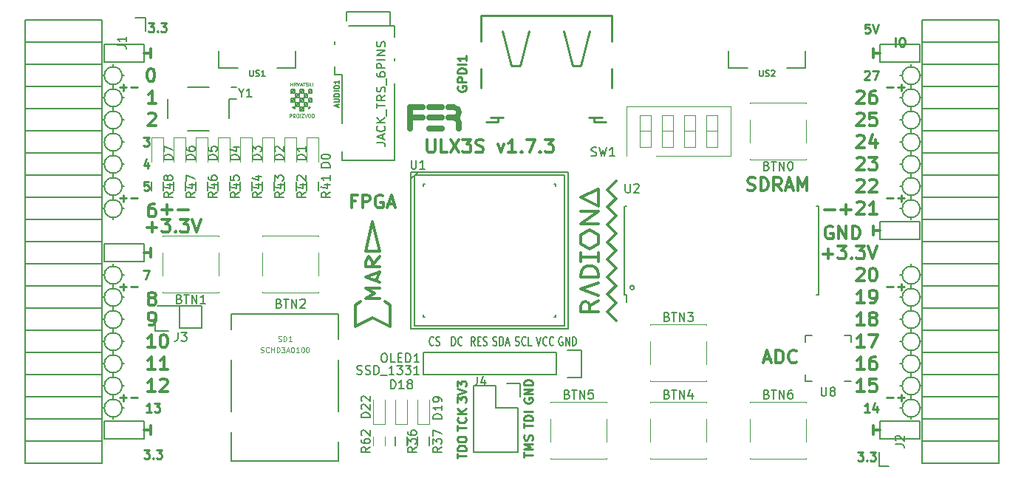
<source format=gto>
G04 #@! TF.FileFunction,Legend,Top*
%FSLAX46Y46*%
G04 Gerber Fmt 4.6, Leading zero omitted, Abs format (unit mm)*
G04 Created by KiCad (PCBNEW 4.0.7+dfsg1-1) date Fri Dec  8 16:06:52 2017*
%MOMM*%
%LPD*%
G01*
G04 APERTURE LIST*
%ADD10C,0.100000*%
%ADD11C,0.200000*%
%ADD12C,0.250000*%
%ADD13C,0.300000*%
%ADD14C,0.150000*%
%ADD15C,0.120000*%
%ADD16C,0.700000*%
%ADD17C,0.254000*%
%ADD18C,0.075000*%
%ADD19C,0.152400*%
%ADD20C,0.124460*%
G04 APERTURE END LIST*
D10*
D11*
X94354000Y-66246000D02*
X94354000Y-64214000D01*
X98926000Y-66246000D02*
X94354000Y-66246000D01*
X98926000Y-64214000D02*
X98926000Y-66246000D01*
X94354000Y-64214000D02*
X98926000Y-64214000D01*
X94354000Y-87074000D02*
X98926000Y-87074000D01*
X94354000Y-89106000D02*
X94354000Y-87074000D01*
X98926000Y-89106000D02*
X94354000Y-89106000D01*
X98926000Y-87074000D02*
X98926000Y-89106000D01*
X94354000Y-109426000D02*
X98926000Y-109426000D01*
X94354000Y-107394000D02*
X94354000Y-109426000D01*
X98926000Y-107394000D02*
X94354000Y-107394000D01*
X98926000Y-109426000D02*
X98926000Y-107394000D01*
X183254000Y-109426000D02*
X187826000Y-109426000D01*
X183254000Y-107394000D02*
X183254000Y-109426000D01*
X187826000Y-107394000D02*
X187826000Y-109426000D01*
X183254000Y-107394000D02*
X187826000Y-107394000D01*
X183254000Y-66246000D02*
X187826000Y-66246000D01*
X183254000Y-64214000D02*
X183254000Y-66246000D01*
X187826000Y-64214000D02*
X183254000Y-64214000D01*
X187826000Y-66246000D02*
X187826000Y-64214000D01*
X183254000Y-84534000D02*
X187826000Y-84534000D01*
X183254000Y-86566000D02*
X183254000Y-84534000D01*
X187826000Y-86566000D02*
X183254000Y-86566000D01*
X187826000Y-84534000D02*
X187826000Y-86566000D01*
D12*
X96148000Y-69111429D02*
X96909905Y-69111429D01*
X96528953Y-69492381D02*
X96528953Y-68730476D01*
X97386095Y-69111429D02*
X98148000Y-69111429D01*
X96148000Y-81811429D02*
X96909905Y-81811429D01*
X96528953Y-82192381D02*
X96528953Y-81430476D01*
X97386095Y-81811429D02*
X98148000Y-81811429D01*
X96148000Y-91971429D02*
X96909905Y-91971429D01*
X96528953Y-92352381D02*
X96528953Y-91590476D01*
X97386095Y-91971429D02*
X98148000Y-91971429D01*
X96148000Y-104671429D02*
X96909905Y-104671429D01*
X96528953Y-105052381D02*
X96528953Y-104290476D01*
X97386095Y-104671429D02*
X98148000Y-104671429D01*
X184032000Y-104671429D02*
X184793905Y-104671429D01*
X185270095Y-104671429D02*
X186032000Y-104671429D01*
X185651048Y-105052381D02*
X185651048Y-104290476D01*
X184032000Y-91971429D02*
X184793905Y-91971429D01*
X185270095Y-91971429D02*
X186032000Y-91971429D01*
X185651048Y-92352381D02*
X185651048Y-91590476D01*
X184032000Y-81811429D02*
X184793905Y-81811429D01*
X185270095Y-81811429D02*
X186032000Y-81811429D01*
X185651048Y-82192381D02*
X185651048Y-81430476D01*
X184032000Y-69111429D02*
X184793905Y-69111429D01*
X185270095Y-69111429D02*
X186032000Y-69111429D01*
X185651048Y-69492381D02*
X185651048Y-68730476D01*
X185016191Y-64412381D02*
X185016191Y-63412381D01*
X185682857Y-63412381D02*
X185873334Y-63412381D01*
X185968572Y-63460000D01*
X186063810Y-63555238D01*
X186111429Y-63745714D01*
X186111429Y-64079048D01*
X186063810Y-64269524D01*
X185968572Y-64364762D01*
X185873334Y-64412381D01*
X185682857Y-64412381D01*
X185587619Y-64364762D01*
X185492381Y-64269524D01*
X185444762Y-64079048D01*
X185444762Y-63745714D01*
X185492381Y-63555238D01*
X185587619Y-63460000D01*
X185682857Y-63412381D01*
D13*
X176928000Y-83117143D02*
X178070857Y-83117143D01*
X178785143Y-83117143D02*
X179928000Y-83117143D01*
X179356571Y-83688571D02*
X179356571Y-82545714D01*
D11*
X187826000Y-67770000D02*
G75*
G03X187826000Y-67770000I-1016000J0D01*
G01*
X187826000Y-70310000D02*
G75*
G03X187826000Y-70310000I-1016000J0D01*
G01*
X187826000Y-72850000D02*
G75*
G03X187826000Y-72850000I-1016000J0D01*
G01*
X187826000Y-75390000D02*
G75*
G03X187826000Y-75390000I-1016000J0D01*
G01*
X187826000Y-77930000D02*
G75*
G03X187826000Y-77930000I-1016000J0D01*
G01*
X187826000Y-80470000D02*
G75*
G03X187826000Y-80470000I-1016000J0D01*
G01*
X187826000Y-83010000D02*
G75*
G03X187826000Y-83010000I-1016000J0D01*
G01*
X187826000Y-90630000D02*
G75*
G03X187826000Y-90630000I-1016000J0D01*
G01*
X187826000Y-93170000D02*
G75*
G03X187826000Y-93170000I-1016000J0D01*
G01*
X187826000Y-95710000D02*
G75*
G03X187826000Y-95710000I-1016000J0D01*
G01*
X187826000Y-98250000D02*
G75*
G03X187826000Y-98250000I-1016000J0D01*
G01*
X187826000Y-100790000D02*
G75*
G03X187826000Y-100790000I-1016000J0D01*
G01*
X187826000Y-103330000D02*
G75*
G03X187826000Y-103330000I-1016000J0D01*
G01*
X187826000Y-105870000D02*
G75*
G03X187826000Y-105870000I-1016000J0D01*
G01*
X96386000Y-105870000D02*
G75*
G03X96386000Y-105870000I-1016000J0D01*
G01*
X96386000Y-103330000D02*
G75*
G03X96386000Y-103330000I-1016000J0D01*
G01*
X96386000Y-100790000D02*
G75*
G03X96386000Y-100790000I-1016000J0D01*
G01*
X96386000Y-98250000D02*
G75*
G03X96386000Y-98250000I-1016000J0D01*
G01*
X96386000Y-95710000D02*
G75*
G03X96386000Y-95710000I-1016000J0D01*
G01*
X96386000Y-93170000D02*
G75*
G03X96386000Y-93170000I-1016000J0D01*
G01*
X96386000Y-90630000D02*
G75*
G03X96386000Y-90630000I-1016000J0D01*
G01*
X96386000Y-83010000D02*
G75*
G03X96386000Y-83010000I-1016000J0D01*
G01*
X96386000Y-80470000D02*
G75*
G03X96386000Y-80470000I-1016000J0D01*
G01*
X96386000Y-77930000D02*
G75*
G03X96386000Y-77930000I-1016000J0D01*
G01*
X96386000Y-75390000D02*
G75*
G03X96386000Y-75390000I-1016000J0D01*
G01*
X96386000Y-72850000D02*
G75*
G03X96386000Y-72850000I-1016000J0D01*
G01*
X96386000Y-70310000D02*
G75*
G03X96386000Y-70310000I-1016000J0D01*
G01*
X96386000Y-67770000D02*
G75*
G03X96386000Y-67770000I-1016000J0D01*
G01*
D13*
X177793143Y-85054000D02*
X177650286Y-84982571D01*
X177436000Y-84982571D01*
X177221715Y-85054000D01*
X177078857Y-85196857D01*
X177007429Y-85339714D01*
X176936000Y-85625429D01*
X176936000Y-85839714D01*
X177007429Y-86125429D01*
X177078857Y-86268286D01*
X177221715Y-86411143D01*
X177436000Y-86482571D01*
X177578857Y-86482571D01*
X177793143Y-86411143D01*
X177864572Y-86339714D01*
X177864572Y-85839714D01*
X177578857Y-85839714D01*
X178507429Y-86482571D02*
X178507429Y-84982571D01*
X179364572Y-86482571D01*
X179364572Y-84982571D01*
X180078858Y-86482571D02*
X180078858Y-84982571D01*
X180436001Y-84982571D01*
X180650286Y-85054000D01*
X180793144Y-85196857D01*
X180864572Y-85339714D01*
X180936001Y-85625429D01*
X180936001Y-85839714D01*
X180864572Y-86125429D01*
X180793144Y-86268286D01*
X180650286Y-86411143D01*
X180436001Y-86482571D01*
X180078858Y-86482571D01*
X182492000Y-86058000D02*
X182492000Y-85042000D01*
X183254000Y-85550000D02*
X182492000Y-85550000D01*
X182492000Y-107902000D02*
X182492000Y-108918000D01*
X182492000Y-108410000D02*
X183254000Y-108410000D01*
D12*
X182047524Y-106322381D02*
X181476095Y-106322381D01*
X181761809Y-106322381D02*
X181761809Y-105322381D01*
X181666571Y-105465238D01*
X181571333Y-105560476D01*
X181476095Y-105608095D01*
X182904667Y-105655714D02*
X182904667Y-106322381D01*
X182666571Y-105274762D02*
X182428476Y-105989048D01*
X183047524Y-105989048D01*
X181476095Y-67317619D02*
X181523714Y-67270000D01*
X181618952Y-67222381D01*
X181857048Y-67222381D01*
X181952286Y-67270000D01*
X181999905Y-67317619D01*
X182047524Y-67412857D01*
X182047524Y-67508095D01*
X181999905Y-67650952D01*
X181428476Y-68222381D01*
X182047524Y-68222381D01*
X182380857Y-67222381D02*
X183047524Y-67222381D01*
X182618952Y-68222381D01*
D13*
X182492000Y-64722000D02*
X182492000Y-65738000D01*
X182492000Y-65230000D02*
X183254000Y-65230000D01*
X99688000Y-107902000D02*
X99688000Y-108918000D01*
X98926000Y-108410000D02*
X99688000Y-108410000D01*
D12*
X98846667Y-74842381D02*
X99465715Y-74842381D01*
X99132381Y-75223333D01*
X99275239Y-75223333D01*
X99370477Y-75270952D01*
X99418096Y-75318571D01*
X99465715Y-75413810D01*
X99465715Y-75651905D01*
X99418096Y-75747143D01*
X99370477Y-75794762D01*
X99275239Y-75842381D01*
X98989524Y-75842381D01*
X98894286Y-75794762D01*
X98846667Y-75747143D01*
X99370477Y-77715714D02*
X99370477Y-78382381D01*
X99132381Y-77334762D02*
X98894286Y-78049048D01*
X99513334Y-78049048D01*
X99418096Y-79922381D02*
X98941905Y-79922381D01*
X98894286Y-80398571D01*
X98941905Y-80350952D01*
X99037143Y-80303333D01*
X99275239Y-80303333D01*
X99370477Y-80350952D01*
X99418096Y-80398571D01*
X99465715Y-80493810D01*
X99465715Y-80731905D01*
X99418096Y-80827143D01*
X99370477Y-80874762D01*
X99275239Y-80922381D01*
X99037143Y-80922381D01*
X98941905Y-80874762D01*
X98894286Y-80827143D01*
X99751524Y-106322381D02*
X99180095Y-106322381D01*
X99465809Y-106322381D02*
X99465809Y-105322381D01*
X99370571Y-105465238D01*
X99275333Y-105560476D01*
X99180095Y-105608095D01*
X100084857Y-105322381D02*
X100703905Y-105322381D01*
X100370571Y-105703333D01*
X100513429Y-105703333D01*
X100608667Y-105750952D01*
X100656286Y-105798571D01*
X100703905Y-105893810D01*
X100703905Y-106131905D01*
X100656286Y-106227143D01*
X100608667Y-106274762D01*
X100513429Y-106322381D01*
X100227714Y-106322381D01*
X100132476Y-106274762D01*
X100084857Y-106227143D01*
X98846667Y-90082381D02*
X99513334Y-90082381D01*
X99084762Y-91082381D01*
D13*
X99688000Y-87582000D02*
X99688000Y-88598000D01*
X98926000Y-88090000D02*
X99688000Y-88090000D01*
X99688000Y-64722000D02*
X99688000Y-65738000D01*
X98926000Y-65230000D02*
X99688000Y-65230000D01*
D12*
X99402381Y-61761381D02*
X100021429Y-61761381D01*
X99688095Y-62142333D01*
X99830953Y-62142333D01*
X99926191Y-62189952D01*
X99973810Y-62237571D01*
X100021429Y-62332810D01*
X100021429Y-62570905D01*
X99973810Y-62666143D01*
X99926191Y-62713762D01*
X99830953Y-62761381D01*
X99545238Y-62761381D01*
X99450000Y-62713762D01*
X99402381Y-62666143D01*
X100450000Y-62666143D02*
X100497619Y-62713762D01*
X100450000Y-62761381D01*
X100402381Y-62713762D01*
X100450000Y-62666143D01*
X100450000Y-62761381D01*
X100830952Y-61761381D02*
X101450000Y-61761381D01*
X101116666Y-62142333D01*
X101259524Y-62142333D01*
X101354762Y-62189952D01*
X101402381Y-62237571D01*
X101450000Y-62332810D01*
X101450000Y-62570905D01*
X101402381Y-62666143D01*
X101354762Y-62713762D01*
X101259524Y-62761381D01*
X100973809Y-62761381D01*
X100878571Y-62713762D01*
X100830952Y-62666143D01*
X180682381Y-110910381D02*
X181301429Y-110910381D01*
X180968095Y-111291333D01*
X181110953Y-111291333D01*
X181206191Y-111338952D01*
X181253810Y-111386571D01*
X181301429Y-111481810D01*
X181301429Y-111719905D01*
X181253810Y-111815143D01*
X181206191Y-111862762D01*
X181110953Y-111910381D01*
X180825238Y-111910381D01*
X180730000Y-111862762D01*
X180682381Y-111815143D01*
X181730000Y-111815143D02*
X181777619Y-111862762D01*
X181730000Y-111910381D01*
X181682381Y-111862762D01*
X181730000Y-111815143D01*
X181730000Y-111910381D01*
X182110952Y-110910381D02*
X182730000Y-110910381D01*
X182396666Y-111291333D01*
X182539524Y-111291333D01*
X182634762Y-111338952D01*
X182682381Y-111386571D01*
X182730000Y-111481810D01*
X182730000Y-111719905D01*
X182682381Y-111815143D01*
X182634762Y-111862762D01*
X182539524Y-111910381D01*
X182253809Y-111910381D01*
X182158571Y-111862762D01*
X182110952Y-111815143D01*
D13*
X99228001Y-85149143D02*
X100370858Y-85149143D01*
X99799429Y-85720571D02*
X99799429Y-84577714D01*
X100942287Y-84220571D02*
X101870858Y-84220571D01*
X101370858Y-84792000D01*
X101585144Y-84792000D01*
X101728001Y-84863429D01*
X101799430Y-84934857D01*
X101870858Y-85077714D01*
X101870858Y-85434857D01*
X101799430Y-85577714D01*
X101728001Y-85649143D01*
X101585144Y-85720571D01*
X101156572Y-85720571D01*
X101013715Y-85649143D01*
X100942287Y-85577714D01*
X102513715Y-85577714D02*
X102585143Y-85649143D01*
X102513715Y-85720571D01*
X102442286Y-85649143D01*
X102513715Y-85577714D01*
X102513715Y-85720571D01*
X103085144Y-84220571D02*
X104013715Y-84220571D01*
X103513715Y-84792000D01*
X103728001Y-84792000D01*
X103870858Y-84863429D01*
X103942287Y-84934857D01*
X104013715Y-85077714D01*
X104013715Y-85434857D01*
X103942287Y-85577714D01*
X103870858Y-85649143D01*
X103728001Y-85720571D01*
X103299429Y-85720571D01*
X103156572Y-85649143D01*
X103085144Y-85577714D01*
X104442286Y-84220571D02*
X104942286Y-85720571D01*
X105442286Y-84220571D01*
D12*
X98894381Y-110656381D02*
X99513429Y-110656381D01*
X99180095Y-111037333D01*
X99322953Y-111037333D01*
X99418191Y-111084952D01*
X99465810Y-111132571D01*
X99513429Y-111227810D01*
X99513429Y-111465905D01*
X99465810Y-111561143D01*
X99418191Y-111608762D01*
X99322953Y-111656381D01*
X99037238Y-111656381D01*
X98942000Y-111608762D01*
X98894381Y-111561143D01*
X99942000Y-111561143D02*
X99989619Y-111608762D01*
X99942000Y-111656381D01*
X99894381Y-111608762D01*
X99942000Y-111561143D01*
X99942000Y-111656381D01*
X100322952Y-110656381D02*
X100942000Y-110656381D01*
X100608666Y-111037333D01*
X100751524Y-111037333D01*
X100846762Y-111084952D01*
X100894381Y-111132571D01*
X100942000Y-111227810D01*
X100942000Y-111465905D01*
X100894381Y-111561143D01*
X100846762Y-111608762D01*
X100751524Y-111656381D01*
X100465809Y-111656381D01*
X100370571Y-111608762D01*
X100322952Y-111561143D01*
X182047524Y-61888381D02*
X181571333Y-61888381D01*
X181523714Y-62364571D01*
X181571333Y-62316952D01*
X181666571Y-62269333D01*
X181904667Y-62269333D01*
X181999905Y-62316952D01*
X182047524Y-62364571D01*
X182095143Y-62459810D01*
X182095143Y-62697905D01*
X182047524Y-62793143D01*
X181999905Y-62840762D01*
X181904667Y-62888381D01*
X181666571Y-62888381D01*
X181571333Y-62840762D01*
X181523714Y-62793143D01*
X182380857Y-61888381D02*
X182714190Y-62888381D01*
X183047524Y-61888381D01*
D13*
X180587143Y-69631429D02*
X180658572Y-69560000D01*
X180801429Y-69488571D01*
X181158572Y-69488571D01*
X181301429Y-69560000D01*
X181372858Y-69631429D01*
X181444286Y-69774286D01*
X181444286Y-69917143D01*
X181372858Y-70131429D01*
X180515715Y-70988571D01*
X181444286Y-70988571D01*
X182730000Y-69488571D02*
X182444286Y-69488571D01*
X182301429Y-69560000D01*
X182230000Y-69631429D01*
X182087143Y-69845714D01*
X182015714Y-70131429D01*
X182015714Y-70702857D01*
X182087143Y-70845714D01*
X182158571Y-70917143D01*
X182301429Y-70988571D01*
X182587143Y-70988571D01*
X182730000Y-70917143D01*
X182801429Y-70845714D01*
X182872857Y-70702857D01*
X182872857Y-70345714D01*
X182801429Y-70202857D01*
X182730000Y-70131429D01*
X182587143Y-70060000D01*
X182301429Y-70060000D01*
X182158571Y-70131429D01*
X182087143Y-70202857D01*
X182015714Y-70345714D01*
X180587143Y-72171429D02*
X180658572Y-72100000D01*
X180801429Y-72028571D01*
X181158572Y-72028571D01*
X181301429Y-72100000D01*
X181372858Y-72171429D01*
X181444286Y-72314286D01*
X181444286Y-72457143D01*
X181372858Y-72671429D01*
X180515715Y-73528571D01*
X181444286Y-73528571D01*
X182801429Y-72028571D02*
X182087143Y-72028571D01*
X182015714Y-72742857D01*
X182087143Y-72671429D01*
X182230000Y-72600000D01*
X182587143Y-72600000D01*
X182730000Y-72671429D01*
X182801429Y-72742857D01*
X182872857Y-72885714D01*
X182872857Y-73242857D01*
X182801429Y-73385714D01*
X182730000Y-73457143D01*
X182587143Y-73528571D01*
X182230000Y-73528571D01*
X182087143Y-73457143D01*
X182015714Y-73385714D01*
X180587143Y-74711429D02*
X180658572Y-74640000D01*
X180801429Y-74568571D01*
X181158572Y-74568571D01*
X181301429Y-74640000D01*
X181372858Y-74711429D01*
X181444286Y-74854286D01*
X181444286Y-74997143D01*
X181372858Y-75211429D01*
X180515715Y-76068571D01*
X181444286Y-76068571D01*
X182730000Y-75068571D02*
X182730000Y-76068571D01*
X182372857Y-74497143D02*
X182015714Y-75568571D01*
X182944286Y-75568571D01*
X180587143Y-77251429D02*
X180658572Y-77180000D01*
X180801429Y-77108571D01*
X181158572Y-77108571D01*
X181301429Y-77180000D01*
X181372858Y-77251429D01*
X181444286Y-77394286D01*
X181444286Y-77537143D01*
X181372858Y-77751429D01*
X180515715Y-78608571D01*
X181444286Y-78608571D01*
X181944286Y-77108571D02*
X182872857Y-77108571D01*
X182372857Y-77680000D01*
X182587143Y-77680000D01*
X182730000Y-77751429D01*
X182801429Y-77822857D01*
X182872857Y-77965714D01*
X182872857Y-78322857D01*
X182801429Y-78465714D01*
X182730000Y-78537143D01*
X182587143Y-78608571D01*
X182158571Y-78608571D01*
X182015714Y-78537143D01*
X181944286Y-78465714D01*
X180587143Y-79791429D02*
X180658572Y-79720000D01*
X180801429Y-79648571D01*
X181158572Y-79648571D01*
X181301429Y-79720000D01*
X181372858Y-79791429D01*
X181444286Y-79934286D01*
X181444286Y-80077143D01*
X181372858Y-80291429D01*
X180515715Y-81148571D01*
X181444286Y-81148571D01*
X182015714Y-79791429D02*
X182087143Y-79720000D01*
X182230000Y-79648571D01*
X182587143Y-79648571D01*
X182730000Y-79720000D01*
X182801429Y-79791429D01*
X182872857Y-79934286D01*
X182872857Y-80077143D01*
X182801429Y-80291429D01*
X181944286Y-81148571D01*
X182872857Y-81148571D01*
X180587143Y-82331429D02*
X180658572Y-82260000D01*
X180801429Y-82188571D01*
X181158572Y-82188571D01*
X181301429Y-82260000D01*
X181372858Y-82331429D01*
X181444286Y-82474286D01*
X181444286Y-82617143D01*
X181372858Y-82831429D01*
X180515715Y-83688571D01*
X181444286Y-83688571D01*
X182872857Y-83688571D02*
X182015714Y-83688571D01*
X182444286Y-83688571D02*
X182444286Y-82188571D01*
X182301429Y-82402857D01*
X182158571Y-82545714D01*
X182015714Y-82617143D01*
X176698001Y-88197143D02*
X177840858Y-88197143D01*
X177269429Y-88768571D02*
X177269429Y-87625714D01*
X178412287Y-87268571D02*
X179340858Y-87268571D01*
X178840858Y-87840000D01*
X179055144Y-87840000D01*
X179198001Y-87911429D01*
X179269430Y-87982857D01*
X179340858Y-88125714D01*
X179340858Y-88482857D01*
X179269430Y-88625714D01*
X179198001Y-88697143D01*
X179055144Y-88768571D01*
X178626572Y-88768571D01*
X178483715Y-88697143D01*
X178412287Y-88625714D01*
X179983715Y-88625714D02*
X180055143Y-88697143D01*
X179983715Y-88768571D01*
X179912286Y-88697143D01*
X179983715Y-88625714D01*
X179983715Y-88768571D01*
X180555144Y-87268571D02*
X181483715Y-87268571D01*
X180983715Y-87840000D01*
X181198001Y-87840000D01*
X181340858Y-87911429D01*
X181412287Y-87982857D01*
X181483715Y-88125714D01*
X181483715Y-88482857D01*
X181412287Y-88625714D01*
X181340858Y-88697143D01*
X181198001Y-88768571D01*
X180769429Y-88768571D01*
X180626572Y-88697143D01*
X180555144Y-88625714D01*
X181912286Y-87268571D02*
X182412286Y-88768571D01*
X182912286Y-87268571D01*
X180587143Y-89951429D02*
X180658572Y-89880000D01*
X180801429Y-89808571D01*
X181158572Y-89808571D01*
X181301429Y-89880000D01*
X181372858Y-89951429D01*
X181444286Y-90094286D01*
X181444286Y-90237143D01*
X181372858Y-90451429D01*
X180515715Y-91308571D01*
X181444286Y-91308571D01*
X182372857Y-89808571D02*
X182515714Y-89808571D01*
X182658571Y-89880000D01*
X182730000Y-89951429D01*
X182801429Y-90094286D01*
X182872857Y-90380000D01*
X182872857Y-90737143D01*
X182801429Y-91022857D01*
X182730000Y-91165714D01*
X182658571Y-91237143D01*
X182515714Y-91308571D01*
X182372857Y-91308571D01*
X182230000Y-91237143D01*
X182158571Y-91165714D01*
X182087143Y-91022857D01*
X182015714Y-90737143D01*
X182015714Y-90380000D01*
X182087143Y-90094286D01*
X182158571Y-89951429D01*
X182230000Y-89880000D01*
X182372857Y-89808571D01*
X181444286Y-93848571D02*
X180587143Y-93848571D01*
X181015715Y-93848571D02*
X181015715Y-92348571D01*
X180872858Y-92562857D01*
X180730000Y-92705714D01*
X180587143Y-92777143D01*
X182158571Y-93848571D02*
X182444286Y-93848571D01*
X182587143Y-93777143D01*
X182658571Y-93705714D01*
X182801429Y-93491429D01*
X182872857Y-93205714D01*
X182872857Y-92634286D01*
X182801429Y-92491429D01*
X182730000Y-92420000D01*
X182587143Y-92348571D01*
X182301429Y-92348571D01*
X182158571Y-92420000D01*
X182087143Y-92491429D01*
X182015714Y-92634286D01*
X182015714Y-92991429D01*
X182087143Y-93134286D01*
X182158571Y-93205714D01*
X182301429Y-93277143D01*
X182587143Y-93277143D01*
X182730000Y-93205714D01*
X182801429Y-93134286D01*
X182872857Y-92991429D01*
X181444286Y-96388571D02*
X180587143Y-96388571D01*
X181015715Y-96388571D02*
X181015715Y-94888571D01*
X180872858Y-95102857D01*
X180730000Y-95245714D01*
X180587143Y-95317143D01*
X182301429Y-95531429D02*
X182158571Y-95460000D01*
X182087143Y-95388571D01*
X182015714Y-95245714D01*
X182015714Y-95174286D01*
X182087143Y-95031429D01*
X182158571Y-94960000D01*
X182301429Y-94888571D01*
X182587143Y-94888571D01*
X182730000Y-94960000D01*
X182801429Y-95031429D01*
X182872857Y-95174286D01*
X182872857Y-95245714D01*
X182801429Y-95388571D01*
X182730000Y-95460000D01*
X182587143Y-95531429D01*
X182301429Y-95531429D01*
X182158571Y-95602857D01*
X182087143Y-95674286D01*
X182015714Y-95817143D01*
X182015714Y-96102857D01*
X182087143Y-96245714D01*
X182158571Y-96317143D01*
X182301429Y-96388571D01*
X182587143Y-96388571D01*
X182730000Y-96317143D01*
X182801429Y-96245714D01*
X182872857Y-96102857D01*
X182872857Y-95817143D01*
X182801429Y-95674286D01*
X182730000Y-95602857D01*
X182587143Y-95531429D01*
X181444286Y-98928571D02*
X180587143Y-98928571D01*
X181015715Y-98928571D02*
X181015715Y-97428571D01*
X180872858Y-97642857D01*
X180730000Y-97785714D01*
X180587143Y-97857143D01*
X181944286Y-97428571D02*
X182944286Y-97428571D01*
X182301429Y-98928571D01*
X181444286Y-101468571D02*
X180587143Y-101468571D01*
X181015715Y-101468571D02*
X181015715Y-99968571D01*
X180872858Y-100182857D01*
X180730000Y-100325714D01*
X180587143Y-100397143D01*
X182730000Y-99968571D02*
X182444286Y-99968571D01*
X182301429Y-100040000D01*
X182230000Y-100111429D01*
X182087143Y-100325714D01*
X182015714Y-100611429D01*
X182015714Y-101182857D01*
X182087143Y-101325714D01*
X182158571Y-101397143D01*
X182301429Y-101468571D01*
X182587143Y-101468571D01*
X182730000Y-101397143D01*
X182801429Y-101325714D01*
X182872857Y-101182857D01*
X182872857Y-100825714D01*
X182801429Y-100682857D01*
X182730000Y-100611429D01*
X182587143Y-100540000D01*
X182301429Y-100540000D01*
X182158571Y-100611429D01*
X182087143Y-100682857D01*
X182015714Y-100825714D01*
X181444286Y-104008571D02*
X180587143Y-104008571D01*
X181015715Y-104008571D02*
X181015715Y-102508571D01*
X180872858Y-102722857D01*
X180730000Y-102865714D01*
X180587143Y-102937143D01*
X182801429Y-102508571D02*
X182087143Y-102508571D01*
X182015714Y-103222857D01*
X182087143Y-103151429D01*
X182230000Y-103080000D01*
X182587143Y-103080000D01*
X182730000Y-103151429D01*
X182801429Y-103222857D01*
X182872857Y-103365714D01*
X182872857Y-103722857D01*
X182801429Y-103865714D01*
X182730000Y-103937143D01*
X182587143Y-104008571D01*
X182230000Y-104008571D01*
X182087143Y-103937143D01*
X182015714Y-103865714D01*
D11*
X186810000Y-66500000D02*
X186810000Y-66754000D01*
X187826000Y-67770000D02*
X188080000Y-67770000D01*
X185540000Y-67770000D02*
X185794000Y-67770000D01*
X186810000Y-69294000D02*
X186810000Y-68786000D01*
X187826000Y-70310000D02*
X188080000Y-70310000D01*
X185540000Y-70310000D02*
X185794000Y-70310000D01*
X186810000Y-71326000D02*
X186810000Y-71834000D01*
X187826000Y-72850000D02*
X188080000Y-72850000D01*
X185540000Y-72850000D02*
X185794000Y-72850000D01*
X186810000Y-73866000D02*
X186810000Y-74374000D01*
X187826000Y-75390000D02*
X188080000Y-75390000D01*
X185540000Y-75390000D02*
X185794000Y-75390000D01*
X186810000Y-76406000D02*
X186810000Y-76914000D01*
X187826000Y-77930000D02*
X188080000Y-77930000D01*
X185540000Y-77930000D02*
X185794000Y-77930000D01*
X186810000Y-79454000D02*
X186810000Y-78946000D01*
X187826000Y-80470000D02*
X188080000Y-80470000D01*
X185540000Y-80470000D02*
X185794000Y-80470000D01*
X186810000Y-81994000D02*
X186810000Y-81486000D01*
X187826000Y-83010000D02*
X188080000Y-83010000D01*
X185540000Y-83010000D02*
X185794000Y-83010000D01*
X186810000Y-84026000D02*
X186810000Y-84280000D01*
X186810000Y-89360000D02*
X186810000Y-89614000D01*
X187826000Y-90630000D02*
X188080000Y-90630000D01*
X185540000Y-90630000D02*
X185794000Y-90630000D01*
X186810000Y-91646000D02*
X186810000Y-92154000D01*
X187826000Y-93170000D02*
X188080000Y-93170000D01*
X185540000Y-93170000D02*
X185794000Y-93170000D01*
X186810000Y-94186000D02*
X186810000Y-94694000D01*
X187826000Y-95710000D02*
X188080000Y-95710000D01*
X185540000Y-95710000D02*
X185794000Y-95710000D01*
X186810000Y-97234000D02*
X186810000Y-96726000D01*
X187826000Y-98250000D02*
X188080000Y-98250000D01*
X185540000Y-98250000D02*
X185794000Y-98250000D01*
X187826000Y-100790000D02*
X188080000Y-100790000D01*
X185540000Y-100790000D02*
X185794000Y-100790000D01*
X186810000Y-99266000D02*
X186810000Y-99774000D01*
X186810000Y-102314000D02*
X186810000Y-101806000D01*
X187826000Y-103330000D02*
X188080000Y-103330000D01*
X185540000Y-103330000D02*
X185794000Y-103330000D01*
X186810000Y-104346000D02*
X186810000Y-104854000D01*
X185540000Y-105870000D02*
X185794000Y-105870000D01*
X187826000Y-105870000D02*
X188080000Y-105870000D01*
X186810000Y-106886000D02*
X186810000Y-107140000D01*
X95370000Y-66754000D02*
X95370000Y-66500000D01*
X96386000Y-67770000D02*
X96640000Y-67770000D01*
X94100000Y-67770000D02*
X94354000Y-67770000D01*
X95370000Y-68786000D02*
X95370000Y-69294000D01*
X96386000Y-70310000D02*
X96640000Y-70310000D01*
X94100000Y-70310000D02*
X94354000Y-70310000D01*
X95370000Y-71326000D02*
X95370000Y-71834000D01*
X96386000Y-72850000D02*
X96640000Y-72850000D01*
X94100000Y-72850000D02*
X94354000Y-72850000D01*
X95370000Y-73866000D02*
X95370000Y-74374000D01*
X96386000Y-75390000D02*
X96640000Y-75390000D01*
X95370000Y-76406000D02*
X95370000Y-76914000D01*
X96386000Y-77930000D02*
X96640000Y-77930000D01*
X94100000Y-77930000D02*
X94354000Y-77930000D01*
X95370000Y-79454000D02*
X95370000Y-78946000D01*
X96386000Y-80470000D02*
X96640000Y-80470000D01*
X94100000Y-80470000D02*
X94354000Y-80470000D01*
X95370000Y-81486000D02*
X95370000Y-81994000D01*
X96386000Y-83010000D02*
X96640000Y-83010000D01*
X95370000Y-84026000D02*
X95370000Y-84280000D01*
X94100000Y-83010000D02*
X94354000Y-83010000D01*
X95370000Y-106886000D02*
X95370000Y-107140000D01*
X95370000Y-89360000D02*
X95370000Y-89614000D01*
X96386000Y-93170000D02*
X96640000Y-93170000D01*
X94100000Y-93170000D02*
X94354000Y-93170000D01*
X95370000Y-94186000D02*
X95370000Y-94694000D01*
X94100000Y-90630000D02*
X94354000Y-90630000D01*
X96386000Y-90630000D02*
X96640000Y-90630000D01*
X95370000Y-92154000D02*
X95370000Y-91646000D01*
X96386000Y-95710000D02*
X96640000Y-95710000D01*
X94100000Y-95710000D02*
X94354000Y-95710000D01*
X96386000Y-98250000D02*
X96640000Y-98250000D01*
X94354000Y-98250000D02*
X94100000Y-98250000D01*
X95370000Y-96726000D02*
X95370000Y-97234000D01*
X95370000Y-99266000D02*
X95370000Y-99774000D01*
X94100000Y-100790000D02*
X94354000Y-100790000D01*
X96386000Y-100790000D02*
X96640000Y-100790000D01*
X94100000Y-103330000D02*
X94354000Y-103330000D01*
X96386000Y-103330000D02*
X96640000Y-103330000D01*
X95370000Y-101806000D02*
X95370000Y-102314000D01*
X95370000Y-104346000D02*
X95370000Y-104854000D01*
X96386000Y-105870000D02*
X96640000Y-105870000D01*
X94100000Y-105870000D02*
X94354000Y-105870000D01*
D13*
X100982000Y-83117143D02*
X102124857Y-83117143D01*
X101553428Y-83688571D02*
X101553428Y-82545714D01*
X102839143Y-83117143D02*
X103982000Y-83117143D01*
X100164286Y-104008571D02*
X99307143Y-104008571D01*
X99735715Y-104008571D02*
X99735715Y-102508571D01*
X99592858Y-102722857D01*
X99450000Y-102865714D01*
X99307143Y-102937143D01*
X100735714Y-102651429D02*
X100807143Y-102580000D01*
X100950000Y-102508571D01*
X101307143Y-102508571D01*
X101450000Y-102580000D01*
X101521429Y-102651429D01*
X101592857Y-102794286D01*
X101592857Y-102937143D01*
X101521429Y-103151429D01*
X100664286Y-104008571D01*
X101592857Y-104008571D01*
X100164286Y-101468571D02*
X99307143Y-101468571D01*
X99735715Y-101468571D02*
X99735715Y-99968571D01*
X99592858Y-100182857D01*
X99450000Y-100325714D01*
X99307143Y-100397143D01*
X101592857Y-101468571D02*
X100735714Y-101468571D01*
X101164286Y-101468571D02*
X101164286Y-99968571D01*
X101021429Y-100182857D01*
X100878571Y-100325714D01*
X100735714Y-100397143D01*
X100164286Y-98928571D02*
X99307143Y-98928571D01*
X99735715Y-98928571D02*
X99735715Y-97428571D01*
X99592858Y-97642857D01*
X99450000Y-97785714D01*
X99307143Y-97857143D01*
X101092857Y-97428571D02*
X101235714Y-97428571D01*
X101378571Y-97500000D01*
X101450000Y-97571429D01*
X101521429Y-97714286D01*
X101592857Y-98000000D01*
X101592857Y-98357143D01*
X101521429Y-98642857D01*
X101450000Y-98785714D01*
X101378571Y-98857143D01*
X101235714Y-98928571D01*
X101092857Y-98928571D01*
X100950000Y-98857143D01*
X100878571Y-98785714D01*
X100807143Y-98642857D01*
X100735714Y-98357143D01*
X100735714Y-98000000D01*
X100807143Y-97714286D01*
X100878571Y-97571429D01*
X100950000Y-97500000D01*
X101092857Y-97428571D01*
X99529286Y-96388571D02*
X99815001Y-96388571D01*
X99957858Y-96317143D01*
X100029286Y-96245714D01*
X100172144Y-96031429D01*
X100243572Y-95745714D01*
X100243572Y-95174286D01*
X100172144Y-95031429D01*
X100100715Y-94960000D01*
X99957858Y-94888571D01*
X99672144Y-94888571D01*
X99529286Y-94960000D01*
X99457858Y-95031429D01*
X99386429Y-95174286D01*
X99386429Y-95531429D01*
X99457858Y-95674286D01*
X99529286Y-95745714D01*
X99672144Y-95817143D01*
X99957858Y-95817143D01*
X100100715Y-95745714D01*
X100172144Y-95674286D01*
X100243572Y-95531429D01*
X99672144Y-93245429D02*
X99529286Y-93174000D01*
X99457858Y-93102571D01*
X99386429Y-92959714D01*
X99386429Y-92888286D01*
X99457858Y-92745429D01*
X99529286Y-92674000D01*
X99672144Y-92602571D01*
X99957858Y-92602571D01*
X100100715Y-92674000D01*
X100172144Y-92745429D01*
X100243572Y-92888286D01*
X100243572Y-92959714D01*
X100172144Y-93102571D01*
X100100715Y-93174000D01*
X99957858Y-93245429D01*
X99672144Y-93245429D01*
X99529286Y-93316857D01*
X99457858Y-93388286D01*
X99386429Y-93531143D01*
X99386429Y-93816857D01*
X99457858Y-93959714D01*
X99529286Y-94031143D01*
X99672144Y-94102571D01*
X99957858Y-94102571D01*
X100100715Y-94031143D01*
X100172144Y-93959714D01*
X100243572Y-93816857D01*
X100243572Y-93531143D01*
X100172144Y-93388286D01*
X100100715Y-93316857D01*
X99957858Y-93245429D01*
X100100715Y-82442571D02*
X99815001Y-82442571D01*
X99672144Y-82514000D01*
X99600715Y-82585429D01*
X99457858Y-82799714D01*
X99386429Y-83085429D01*
X99386429Y-83656857D01*
X99457858Y-83799714D01*
X99529286Y-83871143D01*
X99672144Y-83942571D01*
X99957858Y-83942571D01*
X100100715Y-83871143D01*
X100172144Y-83799714D01*
X100243572Y-83656857D01*
X100243572Y-83299714D01*
X100172144Y-83156857D01*
X100100715Y-83085429D01*
X99957858Y-83014000D01*
X99672144Y-83014000D01*
X99529286Y-83085429D01*
X99457858Y-83156857D01*
X99386429Y-83299714D01*
X99386429Y-72171429D02*
X99457858Y-72100000D01*
X99600715Y-72028571D01*
X99957858Y-72028571D01*
X100100715Y-72100000D01*
X100172144Y-72171429D01*
X100243572Y-72314286D01*
X100243572Y-72457143D01*
X100172144Y-72671429D01*
X99315001Y-73528571D01*
X100243572Y-73528571D01*
X100243572Y-70988571D02*
X99386429Y-70988571D01*
X99815001Y-70988571D02*
X99815001Y-69488571D01*
X99672144Y-69702857D01*
X99529286Y-69845714D01*
X99386429Y-69917143D01*
X99616572Y-66948571D02*
X99759429Y-66948571D01*
X99902286Y-67020000D01*
X99973715Y-67091429D01*
X100045144Y-67234286D01*
X100116572Y-67520000D01*
X100116572Y-67877143D01*
X100045144Y-68162857D01*
X99973715Y-68305714D01*
X99902286Y-68377143D01*
X99759429Y-68448571D01*
X99616572Y-68448571D01*
X99473715Y-68377143D01*
X99402286Y-68305714D01*
X99330858Y-68162857D01*
X99259429Y-67877143D01*
X99259429Y-67520000D01*
X99330858Y-67234286D01*
X99402286Y-67091429D01*
X99473715Y-67020000D01*
X99616572Y-66948571D01*
X131371430Y-75076571D02*
X131371430Y-76290857D01*
X131442858Y-76433714D01*
X131514287Y-76505143D01*
X131657144Y-76576571D01*
X131942858Y-76576571D01*
X132085716Y-76505143D01*
X132157144Y-76433714D01*
X132228573Y-76290857D01*
X132228573Y-75076571D01*
X133657145Y-76576571D02*
X132942859Y-76576571D01*
X132942859Y-75076571D01*
X134014288Y-75076571D02*
X135014288Y-76576571D01*
X135014288Y-75076571D02*
X134014288Y-76576571D01*
X135442859Y-75076571D02*
X136371430Y-75076571D01*
X135871430Y-75648000D01*
X136085716Y-75648000D01*
X136228573Y-75719429D01*
X136300002Y-75790857D01*
X136371430Y-75933714D01*
X136371430Y-76290857D01*
X136300002Y-76433714D01*
X136228573Y-76505143D01*
X136085716Y-76576571D01*
X135657144Y-76576571D01*
X135514287Y-76505143D01*
X135442859Y-76433714D01*
X136942858Y-76505143D02*
X137157144Y-76576571D01*
X137514287Y-76576571D01*
X137657144Y-76505143D01*
X137728573Y-76433714D01*
X137800001Y-76290857D01*
X137800001Y-76148000D01*
X137728573Y-76005143D01*
X137657144Y-75933714D01*
X137514287Y-75862286D01*
X137228573Y-75790857D01*
X137085715Y-75719429D01*
X137014287Y-75648000D01*
X136942858Y-75505143D01*
X136942858Y-75362286D01*
X137014287Y-75219429D01*
X137085715Y-75148000D01*
X137228573Y-75076571D01*
X137585715Y-75076571D01*
X137800001Y-75148000D01*
X139442858Y-75576571D02*
X139800001Y-76576571D01*
X140157143Y-75576571D01*
X141514286Y-76576571D02*
X140657143Y-76576571D01*
X141085715Y-76576571D02*
X141085715Y-75076571D01*
X140942858Y-75290857D01*
X140800000Y-75433714D01*
X140657143Y-75505143D01*
X142157143Y-76433714D02*
X142228571Y-76505143D01*
X142157143Y-76576571D01*
X142085714Y-76505143D01*
X142157143Y-76433714D01*
X142157143Y-76576571D01*
X142728572Y-75076571D02*
X143728572Y-75076571D01*
X143085715Y-76576571D01*
X144300000Y-76433714D02*
X144371428Y-76505143D01*
X144300000Y-76576571D01*
X144228571Y-76505143D01*
X144300000Y-76433714D01*
X144300000Y-76576571D01*
X144871429Y-75076571D02*
X145800000Y-75076571D01*
X145300000Y-75648000D01*
X145514286Y-75648000D01*
X145657143Y-75719429D01*
X145728572Y-75790857D01*
X145800000Y-75933714D01*
X145800000Y-76290857D01*
X145728572Y-76433714D01*
X145657143Y-76505143D01*
X145514286Y-76576571D01*
X145085714Y-76576571D01*
X144942857Y-76505143D01*
X144871429Y-76433714D01*
X123159429Y-82140857D02*
X122659429Y-82140857D01*
X122659429Y-82926571D02*
X122659429Y-81426571D01*
X123373715Y-81426571D01*
X123945143Y-82926571D02*
X123945143Y-81426571D01*
X124516571Y-81426571D01*
X124659429Y-81498000D01*
X124730857Y-81569429D01*
X124802286Y-81712286D01*
X124802286Y-81926571D01*
X124730857Y-82069429D01*
X124659429Y-82140857D01*
X124516571Y-82212286D01*
X123945143Y-82212286D01*
X126230857Y-81498000D02*
X126088000Y-81426571D01*
X125873714Y-81426571D01*
X125659429Y-81498000D01*
X125516571Y-81640857D01*
X125445143Y-81783714D01*
X125373714Y-82069429D01*
X125373714Y-82283714D01*
X125445143Y-82569429D01*
X125516571Y-82712286D01*
X125659429Y-82855143D01*
X125873714Y-82926571D01*
X126016571Y-82926571D01*
X126230857Y-82855143D01*
X126302286Y-82783714D01*
X126302286Y-82283714D01*
X126016571Y-82283714D01*
X126873714Y-82498000D02*
X127588000Y-82498000D01*
X126730857Y-82926571D02*
X127230857Y-81426571D01*
X127730857Y-82926571D01*
X168077929Y-80886643D02*
X168292215Y-80958071D01*
X168649358Y-80958071D01*
X168792215Y-80886643D01*
X168863644Y-80815214D01*
X168935072Y-80672357D01*
X168935072Y-80529500D01*
X168863644Y-80386643D01*
X168792215Y-80315214D01*
X168649358Y-80243786D01*
X168363644Y-80172357D01*
X168220786Y-80100929D01*
X168149358Y-80029500D01*
X168077929Y-79886643D01*
X168077929Y-79743786D01*
X168149358Y-79600929D01*
X168220786Y-79529500D01*
X168363644Y-79458071D01*
X168720786Y-79458071D01*
X168935072Y-79529500D01*
X169577929Y-80958071D02*
X169577929Y-79458071D01*
X169935072Y-79458071D01*
X170149357Y-79529500D01*
X170292215Y-79672357D01*
X170363643Y-79815214D01*
X170435072Y-80100929D01*
X170435072Y-80315214D01*
X170363643Y-80600929D01*
X170292215Y-80743786D01*
X170149357Y-80886643D01*
X169935072Y-80958071D01*
X169577929Y-80958071D01*
X171935072Y-80958071D02*
X171435072Y-80243786D01*
X171077929Y-80958071D02*
X171077929Y-79458071D01*
X171649357Y-79458071D01*
X171792215Y-79529500D01*
X171863643Y-79600929D01*
X171935072Y-79743786D01*
X171935072Y-79958071D01*
X171863643Y-80100929D01*
X171792215Y-80172357D01*
X171649357Y-80243786D01*
X171077929Y-80243786D01*
X172506500Y-80529500D02*
X173220786Y-80529500D01*
X172363643Y-80958071D02*
X172863643Y-79458071D01*
X173363643Y-80958071D01*
X173863643Y-80958071D02*
X173863643Y-79458071D01*
X174363643Y-80529500D01*
X174863643Y-79458071D01*
X174863643Y-80958071D01*
X169966857Y-100278000D02*
X170681143Y-100278000D01*
X169824000Y-100706571D02*
X170324000Y-99206571D01*
X170824000Y-100706571D01*
X171324000Y-100706571D02*
X171324000Y-99206571D01*
X171681143Y-99206571D01*
X171895428Y-99278000D01*
X172038286Y-99420857D01*
X172109714Y-99563714D01*
X172181143Y-99849429D01*
X172181143Y-100063714D01*
X172109714Y-100349429D01*
X172038286Y-100492286D01*
X171895428Y-100635143D01*
X171681143Y-100706571D01*
X171324000Y-100706571D01*
X173681143Y-100563714D02*
X173609714Y-100635143D01*
X173395428Y-100706571D01*
X173252571Y-100706571D01*
X173038286Y-100635143D01*
X172895428Y-100492286D01*
X172824000Y-100349429D01*
X172752571Y-100063714D01*
X172752571Y-99849429D01*
X172824000Y-99563714D01*
X172895428Y-99420857D01*
X173038286Y-99278000D01*
X173252571Y-99206571D01*
X173395428Y-99206571D01*
X173609714Y-99278000D01*
X173681143Y-99349429D01*
D12*
X142447381Y-111521333D02*
X142447381Y-110949904D01*
X143447381Y-111235619D02*
X142447381Y-111235619D01*
X143447381Y-110616571D02*
X142447381Y-110616571D01*
X143161667Y-110283237D01*
X142447381Y-109949904D01*
X143447381Y-109949904D01*
X143399762Y-109521333D02*
X143447381Y-109378476D01*
X143447381Y-109140380D01*
X143399762Y-109045142D01*
X143352143Y-108997523D01*
X143256905Y-108949904D01*
X143161667Y-108949904D01*
X143066429Y-108997523D01*
X143018810Y-109045142D01*
X142971190Y-109140380D01*
X142923571Y-109330857D01*
X142875952Y-109426095D01*
X142828333Y-109473714D01*
X142733095Y-109521333D01*
X142637857Y-109521333D01*
X142542619Y-109473714D01*
X142495000Y-109426095D01*
X142447381Y-109330857D01*
X142447381Y-109092761D01*
X142495000Y-108949904D01*
X142447381Y-108163809D02*
X142447381Y-107592380D01*
X143447381Y-107878095D02*
X142447381Y-107878095D01*
X143447381Y-107259047D02*
X142447381Y-107259047D01*
X142447381Y-107020952D01*
X142495000Y-106878094D01*
X142590238Y-106782856D01*
X142685476Y-106735237D01*
X142875952Y-106687618D01*
X143018810Y-106687618D01*
X143209286Y-106735237D01*
X143304524Y-106782856D01*
X143399762Y-106878094D01*
X143447381Y-107020952D01*
X143447381Y-107259047D01*
X143447381Y-106259047D02*
X142447381Y-106259047D01*
X142495000Y-104726904D02*
X142447381Y-104822142D01*
X142447381Y-104964999D01*
X142495000Y-105107857D01*
X142590238Y-105203095D01*
X142685476Y-105250714D01*
X142875952Y-105298333D01*
X143018810Y-105298333D01*
X143209286Y-105250714D01*
X143304524Y-105203095D01*
X143399762Y-105107857D01*
X143447381Y-104964999D01*
X143447381Y-104869761D01*
X143399762Y-104726904D01*
X143352143Y-104679285D01*
X143018810Y-104679285D01*
X143018810Y-104869761D01*
X143447381Y-104250714D02*
X142447381Y-104250714D01*
X143447381Y-103679285D01*
X142447381Y-103679285D01*
X143447381Y-103203095D02*
X142447381Y-103203095D01*
X142447381Y-102965000D01*
X142495000Y-102822142D01*
X142590238Y-102726904D01*
X142685476Y-102679285D01*
X142875952Y-102631666D01*
X143018810Y-102631666D01*
X143209286Y-102679285D01*
X143304524Y-102726904D01*
X143399762Y-102822142D01*
X143447381Y-102965000D01*
X143447381Y-103203095D01*
X134827381Y-111624524D02*
X134827381Y-111053095D01*
X135827381Y-111338810D02*
X134827381Y-111338810D01*
X135827381Y-110719762D02*
X134827381Y-110719762D01*
X134827381Y-110481667D01*
X134875000Y-110338809D01*
X134970238Y-110243571D01*
X135065476Y-110195952D01*
X135255952Y-110148333D01*
X135398810Y-110148333D01*
X135589286Y-110195952D01*
X135684524Y-110243571D01*
X135779762Y-110338809D01*
X135827381Y-110481667D01*
X135827381Y-110719762D01*
X134827381Y-109529286D02*
X134827381Y-109338809D01*
X134875000Y-109243571D01*
X134970238Y-109148333D01*
X135160714Y-109100714D01*
X135494048Y-109100714D01*
X135684524Y-109148333D01*
X135779762Y-109243571D01*
X135827381Y-109338809D01*
X135827381Y-109529286D01*
X135779762Y-109624524D01*
X135684524Y-109719762D01*
X135494048Y-109767381D01*
X135160714Y-109767381D01*
X134970238Y-109719762D01*
X134875000Y-109624524D01*
X134827381Y-109529286D01*
X134827381Y-108425714D02*
X134827381Y-107854285D01*
X135827381Y-108140000D02*
X134827381Y-108140000D01*
X135732143Y-106949523D02*
X135779762Y-106997142D01*
X135827381Y-107139999D01*
X135827381Y-107235237D01*
X135779762Y-107378095D01*
X135684524Y-107473333D01*
X135589286Y-107520952D01*
X135398810Y-107568571D01*
X135255952Y-107568571D01*
X135065476Y-107520952D01*
X134970238Y-107473333D01*
X134875000Y-107378095D01*
X134827381Y-107235237D01*
X134827381Y-107139999D01*
X134875000Y-106997142D01*
X134922619Y-106949523D01*
X135827381Y-106520952D02*
X134827381Y-106520952D01*
X135827381Y-105949523D02*
X135255952Y-106378095D01*
X134827381Y-105949523D02*
X135398810Y-106520952D01*
X134827381Y-105203095D02*
X134827381Y-104584047D01*
X135208333Y-104917381D01*
X135208333Y-104774523D01*
X135255952Y-104679285D01*
X135303571Y-104631666D01*
X135398810Y-104584047D01*
X135636905Y-104584047D01*
X135732143Y-104631666D01*
X135779762Y-104679285D01*
X135827381Y-104774523D01*
X135827381Y-105060238D01*
X135779762Y-105155476D01*
X135732143Y-105203095D01*
X134827381Y-104298333D02*
X135827381Y-103965000D01*
X134827381Y-103631666D01*
X134827381Y-103393571D02*
X134827381Y-102774523D01*
X135208333Y-103107857D01*
X135208333Y-102964999D01*
X135255952Y-102869761D01*
X135303571Y-102822142D01*
X135398810Y-102774523D01*
X135636905Y-102774523D01*
X135732143Y-102822142D01*
X135779762Y-102869761D01*
X135827381Y-102964999D01*
X135827381Y-103250714D01*
X135779762Y-103345952D01*
X135732143Y-103393571D01*
D14*
X85270000Y-112220000D02*
X94100000Y-112220000D01*
X85270000Y-109680000D02*
X85270000Y-112220000D01*
X94100000Y-109680000D02*
X94100000Y-112220000D01*
X94100000Y-112220000D02*
X85270000Y-112220000D01*
X94100000Y-109680000D02*
X85270000Y-109680000D01*
X94100000Y-107140000D02*
X94100000Y-109680000D01*
X85270000Y-107140000D02*
X85270000Y-109680000D01*
X85270000Y-109680000D02*
X94100000Y-109680000D01*
X85270000Y-91900000D02*
X94100000Y-91900000D01*
X85270000Y-89360000D02*
X85270000Y-91900000D01*
X94100000Y-89360000D02*
X94100000Y-91900000D01*
X94100000Y-91900000D02*
X85270000Y-91900000D01*
X94100000Y-94440000D02*
X85270000Y-94440000D01*
X94100000Y-91900000D02*
X94100000Y-94440000D01*
X85270000Y-91900000D02*
X85270000Y-94440000D01*
X85270000Y-94440000D02*
X94100000Y-94440000D01*
X85270000Y-107140000D02*
X94100000Y-107140000D01*
X85270000Y-104600000D02*
X85270000Y-107140000D01*
X94100000Y-104600000D02*
X94100000Y-107140000D01*
X94100000Y-107140000D02*
X85270000Y-107140000D01*
X94100000Y-104600000D02*
X85270000Y-104600000D01*
X94100000Y-102060000D02*
X94100000Y-104600000D01*
X85270000Y-102060000D02*
X85270000Y-104600000D01*
X85270000Y-104600000D02*
X94100000Y-104600000D01*
X85270000Y-102060000D02*
X94100000Y-102060000D01*
X85270000Y-99520000D02*
X85270000Y-102060000D01*
X94100000Y-99520000D02*
X94100000Y-102060000D01*
X94100000Y-102060000D02*
X85270000Y-102060000D01*
X94100000Y-99520000D02*
X85270000Y-99520000D01*
X94100000Y-96980000D02*
X94100000Y-99520000D01*
X85270000Y-96980000D02*
X85270000Y-99520000D01*
X85270000Y-99520000D02*
X94100000Y-99520000D01*
X85270000Y-96980000D02*
X94100000Y-96980000D01*
X85270000Y-94440000D02*
X85270000Y-96980000D01*
X94100000Y-94440000D02*
X94100000Y-96980000D01*
X94100000Y-96980000D02*
X85270000Y-96980000D01*
X94100000Y-79200000D02*
X85270000Y-79200000D01*
X94100000Y-76660000D02*
X94100000Y-79200000D01*
X85270000Y-76660000D02*
X85270000Y-79200000D01*
X85270000Y-79200000D02*
X94100000Y-79200000D01*
X85270000Y-81740000D02*
X94100000Y-81740000D01*
X85270000Y-79200000D02*
X85270000Y-81740000D01*
X94100000Y-79200000D02*
X94100000Y-81740000D01*
X94100000Y-81740000D02*
X85270000Y-81740000D01*
X94100000Y-84280000D02*
X85270000Y-84280000D01*
X94100000Y-81740000D02*
X94100000Y-84280000D01*
X85270000Y-81740000D02*
X85270000Y-84280000D01*
X85270000Y-84280000D02*
X94100000Y-84280000D01*
X85270000Y-86820000D02*
X94100000Y-86820000D01*
X85270000Y-84280000D02*
X85270000Y-86820000D01*
X94100000Y-84280000D02*
X94100000Y-86820000D01*
X94100000Y-86820000D02*
X85270000Y-86820000D01*
X94100000Y-89360000D02*
X85270000Y-89360000D01*
X94100000Y-86820000D02*
X94100000Y-89360000D01*
X85270000Y-86820000D02*
X85270000Y-89360000D01*
X85270000Y-89360000D02*
X94100000Y-89360000D01*
X85270000Y-76660000D02*
X94100000Y-76660000D01*
X85270000Y-74120000D02*
X85270000Y-76660000D01*
X94100000Y-74120000D02*
X94100000Y-76660000D01*
X94100000Y-76660000D02*
X85270000Y-76660000D01*
X94100000Y-74120000D02*
X85270000Y-74120000D01*
X94100000Y-71580000D02*
X94100000Y-74120000D01*
X85270000Y-71580000D02*
X85270000Y-74120000D01*
X85270000Y-74120000D02*
X94100000Y-74120000D01*
X85270000Y-71580000D02*
X94100000Y-71580000D01*
X85270000Y-69040000D02*
X85270000Y-71580000D01*
X94100000Y-69040000D02*
X94100000Y-71580000D01*
X94100000Y-71580000D02*
X85270000Y-71580000D01*
X94100000Y-69040000D02*
X85270000Y-69040000D01*
X94100000Y-66500000D02*
X94100000Y-69040000D01*
X85270000Y-66500000D02*
X85270000Y-69040000D01*
X85270000Y-69040000D02*
X94100000Y-69040000D01*
X85270000Y-66500000D02*
X94100000Y-66500000D01*
X85270000Y-63960000D02*
X85270000Y-66500000D01*
X94100000Y-63960000D02*
X94100000Y-66500000D01*
X94100000Y-66500000D02*
X85270000Y-66500000D01*
X94100000Y-63960000D02*
X85270000Y-63960000D01*
X94100000Y-61420000D02*
X94100000Y-63960000D01*
X99060000Y-62690000D02*
X99060000Y-61140000D01*
X99060000Y-61140000D02*
X97910000Y-61140000D01*
X94100000Y-61420000D02*
X85270000Y-61420000D01*
X85270000Y-61420000D02*
X85270000Y-63960000D01*
X85270000Y-63960000D02*
X94100000Y-63960000D01*
X196910000Y-61420000D02*
X188080000Y-61420000D01*
X196910000Y-63960000D02*
X196910000Y-61420000D01*
X188080000Y-63960000D02*
X188080000Y-61420000D01*
X188080000Y-61420000D02*
X196910000Y-61420000D01*
X188080000Y-63960000D02*
X196910000Y-63960000D01*
X188080000Y-66500000D02*
X188080000Y-63960000D01*
X196910000Y-66500000D02*
X196910000Y-63960000D01*
X196910000Y-63960000D02*
X188080000Y-63960000D01*
X196910000Y-81740000D02*
X188080000Y-81740000D01*
X196910000Y-84280000D02*
X196910000Y-81740000D01*
X188080000Y-84280000D02*
X188080000Y-81740000D01*
X188080000Y-81740000D02*
X196910000Y-81740000D01*
X188080000Y-79200000D02*
X196910000Y-79200000D01*
X188080000Y-81740000D02*
X188080000Y-79200000D01*
X196910000Y-81740000D02*
X196910000Y-79200000D01*
X196910000Y-79200000D02*
X188080000Y-79200000D01*
X196910000Y-66500000D02*
X188080000Y-66500000D01*
X196910000Y-69040000D02*
X196910000Y-66500000D01*
X188080000Y-69040000D02*
X188080000Y-66500000D01*
X188080000Y-66500000D02*
X196910000Y-66500000D01*
X188080000Y-69040000D02*
X196910000Y-69040000D01*
X188080000Y-71580000D02*
X188080000Y-69040000D01*
X196910000Y-71580000D02*
X196910000Y-69040000D01*
X196910000Y-69040000D02*
X188080000Y-69040000D01*
X196910000Y-71580000D02*
X188080000Y-71580000D01*
X196910000Y-74120000D02*
X196910000Y-71580000D01*
X188080000Y-74120000D02*
X188080000Y-71580000D01*
X188080000Y-71580000D02*
X196910000Y-71580000D01*
X188080000Y-74120000D02*
X196910000Y-74120000D01*
X188080000Y-76660000D02*
X188080000Y-74120000D01*
X196910000Y-76660000D02*
X196910000Y-74120000D01*
X196910000Y-74120000D02*
X188080000Y-74120000D01*
X196910000Y-76660000D02*
X188080000Y-76660000D01*
X196910000Y-79200000D02*
X196910000Y-76660000D01*
X188080000Y-79200000D02*
X188080000Y-76660000D01*
X188080000Y-76660000D02*
X196910000Y-76660000D01*
X188080000Y-94440000D02*
X196910000Y-94440000D01*
X188080000Y-96980000D02*
X188080000Y-94440000D01*
X196910000Y-96980000D02*
X196910000Y-94440000D01*
X196910000Y-94440000D02*
X188080000Y-94440000D01*
X196910000Y-91900000D02*
X188080000Y-91900000D01*
X196910000Y-94440000D02*
X196910000Y-91900000D01*
X188080000Y-94440000D02*
X188080000Y-91900000D01*
X188080000Y-91900000D02*
X196910000Y-91900000D01*
X188080000Y-89360000D02*
X196910000Y-89360000D01*
X188080000Y-91900000D02*
X188080000Y-89360000D01*
X196910000Y-91900000D02*
X196910000Y-89360000D01*
X196910000Y-89360000D02*
X188080000Y-89360000D01*
X196910000Y-86820000D02*
X188080000Y-86820000D01*
X196910000Y-89360000D02*
X196910000Y-86820000D01*
X188080000Y-89360000D02*
X188080000Y-86820000D01*
X188080000Y-86820000D02*
X196910000Y-86820000D01*
X188080000Y-84280000D02*
X196910000Y-84280000D01*
X188080000Y-86820000D02*
X188080000Y-84280000D01*
X196910000Y-86820000D02*
X196910000Y-84280000D01*
X196910000Y-84280000D02*
X188080000Y-84280000D01*
X196910000Y-96980000D02*
X188080000Y-96980000D01*
X196910000Y-99520000D02*
X196910000Y-96980000D01*
X188080000Y-99520000D02*
X188080000Y-96980000D01*
X188080000Y-96980000D02*
X196910000Y-96980000D01*
X188080000Y-99520000D02*
X196910000Y-99520000D01*
X188080000Y-102060000D02*
X188080000Y-99520000D01*
X196910000Y-102060000D02*
X196910000Y-99520000D01*
X196910000Y-99520000D02*
X188080000Y-99520000D01*
X196910000Y-102060000D02*
X188080000Y-102060000D01*
X196910000Y-104600000D02*
X196910000Y-102060000D01*
X188080000Y-104600000D02*
X188080000Y-102060000D01*
X188080000Y-102060000D02*
X196910000Y-102060000D01*
X188080000Y-104600000D02*
X196910000Y-104600000D01*
X188080000Y-107140000D02*
X188080000Y-104600000D01*
X196910000Y-107140000D02*
X196910000Y-104600000D01*
X196910000Y-104600000D02*
X188080000Y-104600000D01*
X196910000Y-107140000D02*
X188080000Y-107140000D01*
X196910000Y-109680000D02*
X196910000Y-107140000D01*
X188080000Y-109680000D02*
X188080000Y-107140000D01*
X188080000Y-107140000D02*
X196910000Y-107140000D01*
X188080000Y-109680000D02*
X196910000Y-109680000D01*
X188080000Y-112220000D02*
X188080000Y-109680000D01*
X183120000Y-110950000D02*
X183120000Y-112500000D01*
X183120000Y-112500000D02*
X184270000Y-112500000D01*
X188080000Y-112220000D02*
X196910000Y-112220000D01*
X196910000Y-112220000D02*
X196910000Y-109680000D01*
X196910000Y-109680000D02*
X188080000Y-109680000D01*
X100170000Y-95456000D02*
X100170000Y-97006000D01*
X102990000Y-94186000D02*
X100450000Y-94186000D01*
X100170000Y-97006000D02*
X101720000Y-97006000D01*
X105530000Y-94186000D02*
X102990000Y-94186000D01*
X102990000Y-94186000D02*
X102990000Y-96726000D01*
X102990000Y-96726000D02*
X105530000Y-96726000D01*
X105530000Y-96726000D02*
X105530000Y-94186000D01*
X127715000Y-110180000D02*
X127715000Y-109180000D01*
X129065000Y-109180000D02*
X129065000Y-110180000D01*
X131605000Y-109180000D02*
X131605000Y-110180000D01*
X130255000Y-110180000D02*
X130255000Y-109180000D01*
X116280000Y-64925000D02*
X116280000Y-66925000D01*
X116280000Y-66925000D02*
X114130000Y-66925000D01*
X109630000Y-66925000D02*
X107480000Y-66925000D01*
X107480000Y-66925000D02*
X107480000Y-64975000D01*
X174700000Y-64925000D02*
X174700000Y-66925000D01*
X174700000Y-66925000D02*
X172550000Y-66925000D01*
X168050000Y-66925000D02*
X165900000Y-66925000D01*
X165900000Y-66925000D02*
X165900000Y-64975000D01*
X141725000Y-110950000D02*
X141725000Y-105870000D01*
X142005000Y-103050000D02*
X142005000Y-104600000D01*
X139185000Y-103330000D02*
X139185000Y-105870000D01*
X139185000Y-105870000D02*
X141725000Y-105870000D01*
X141725000Y-110950000D02*
X136645000Y-110950000D01*
X136645000Y-110950000D02*
X136645000Y-105870000D01*
X142005000Y-103050000D02*
X140455000Y-103050000D01*
X136645000Y-103330000D02*
X139185000Y-103330000D01*
X136645000Y-105870000D02*
X136645000Y-103330000D01*
X118905000Y-79970000D02*
X118905000Y-80970000D01*
X117555000Y-80970000D02*
X117555000Y-79970000D01*
X116365000Y-79970000D02*
X116365000Y-80970000D01*
X115015000Y-80970000D02*
X115015000Y-79970000D01*
X113825000Y-79970000D02*
X113825000Y-80970000D01*
X112475000Y-80970000D02*
X112475000Y-79970000D01*
X111285000Y-79970000D02*
X111285000Y-80970000D01*
X109935000Y-80970000D02*
X109935000Y-79970000D01*
X108745000Y-79970000D02*
X108745000Y-80970000D01*
X107395000Y-80970000D02*
X107395000Y-79970000D01*
X106205000Y-79970000D02*
X106205000Y-80970000D01*
X104855000Y-80970000D02*
X104855000Y-79970000D01*
X103665000Y-79970000D02*
X103665000Y-80970000D01*
X102315000Y-80970000D02*
X102315000Y-79970000D01*
X101125000Y-79970000D02*
X101125000Y-80970000D01*
X99775000Y-80970000D02*
X99775000Y-79970000D01*
X174660000Y-102780000D02*
X174660000Y-102030000D01*
X179910000Y-97530000D02*
X179910000Y-98280000D01*
X174660000Y-97530000D02*
X174660000Y-98280000D01*
X179910000Y-102780000D02*
X179160000Y-102780000D01*
X179910000Y-97530000D02*
X179160000Y-97530000D01*
X174660000Y-97530000D02*
X175410000Y-97530000D01*
X174660000Y-102780000D02*
X175410000Y-102780000D01*
X146170000Y-99520000D02*
X130930000Y-99520000D01*
X130930000Y-99520000D02*
X130930000Y-102060000D01*
X130930000Y-102060000D02*
X146170000Y-102060000D01*
X148990000Y-99240000D02*
X147440000Y-99240000D01*
X146170000Y-99520000D02*
X146170000Y-102060000D01*
X147440000Y-102340000D02*
X148990000Y-102340000D01*
X148990000Y-102340000D02*
X148990000Y-99240000D01*
D15*
X168340000Y-77350000D02*
X168340000Y-77320000D01*
X168340000Y-70890000D02*
X168340000Y-70920000D01*
X174800000Y-70890000D02*
X174800000Y-70920000D01*
X174800000Y-77320000D02*
X174800000Y-77350000D01*
X168340000Y-75420000D02*
X168340000Y-72820000D01*
X174800000Y-77350000D02*
X168340000Y-77350000D01*
X174800000Y-75420000D02*
X174800000Y-72820000D01*
X174800000Y-70890000D02*
X168340000Y-70890000D01*
X107490000Y-86130000D02*
X107490000Y-86160000D01*
X107490000Y-92590000D02*
X107490000Y-92560000D01*
X101030000Y-92590000D02*
X101030000Y-92560000D01*
X101030000Y-86160000D02*
X101030000Y-86130000D01*
X107490000Y-88060000D02*
X107490000Y-90660000D01*
X101030000Y-86130000D02*
X107490000Y-86130000D01*
X101030000Y-88060000D02*
X101030000Y-90660000D01*
X101030000Y-92590000D02*
X107490000Y-92590000D01*
X118920000Y-86130000D02*
X118920000Y-86160000D01*
X118920000Y-92590000D02*
X118920000Y-92560000D01*
X112460000Y-92590000D02*
X112460000Y-92560000D01*
X112460000Y-86160000D02*
X112460000Y-86130000D01*
X118920000Y-88060000D02*
X118920000Y-90660000D01*
X112460000Y-86130000D02*
X118920000Y-86130000D01*
X112460000Y-88060000D02*
X112460000Y-90660000D01*
X112460000Y-92590000D02*
X118920000Y-92590000D01*
X163370000Y-96290000D02*
X163370000Y-96320000D01*
X163370000Y-102750000D02*
X163370000Y-102720000D01*
X156910000Y-102750000D02*
X156910000Y-102720000D01*
X156910000Y-96320000D02*
X156910000Y-96290000D01*
X163370000Y-98220000D02*
X163370000Y-100820000D01*
X156910000Y-96290000D02*
X163370000Y-96290000D01*
X156910000Y-98220000D02*
X156910000Y-100820000D01*
X156910000Y-102750000D02*
X163370000Y-102750000D01*
X156910000Y-111640000D02*
X156910000Y-111610000D01*
X156910000Y-105180000D02*
X156910000Y-105210000D01*
X163370000Y-105180000D02*
X163370000Y-105210000D01*
X163370000Y-111610000D02*
X163370000Y-111640000D01*
X156910000Y-109710000D02*
X156910000Y-107110000D01*
X163370000Y-111640000D02*
X156910000Y-111640000D01*
X163370000Y-109710000D02*
X163370000Y-107110000D01*
X163370000Y-105180000D02*
X156910000Y-105180000D01*
X145480000Y-111640000D02*
X145480000Y-111610000D01*
X145480000Y-105180000D02*
X145480000Y-105210000D01*
X151940000Y-105180000D02*
X151940000Y-105210000D01*
X151940000Y-111610000D02*
X151940000Y-111640000D01*
X145480000Y-109710000D02*
X145480000Y-107110000D01*
X151940000Y-111640000D02*
X145480000Y-111640000D01*
X151940000Y-109710000D02*
X151940000Y-107110000D01*
X151940000Y-105180000D02*
X145480000Y-105180000D01*
X168340000Y-111640000D02*
X168340000Y-111610000D01*
X168340000Y-105180000D02*
X168340000Y-105210000D01*
X174800000Y-105180000D02*
X174800000Y-105210000D01*
X174800000Y-111610000D02*
X174800000Y-111640000D01*
X168340000Y-109710000D02*
X168340000Y-107110000D01*
X174800000Y-111640000D02*
X168340000Y-111640000D01*
X174800000Y-109710000D02*
X174800000Y-107110000D01*
X174800000Y-105180000D02*
X168340000Y-105180000D01*
X154160000Y-76965000D02*
X154160000Y-71275000D01*
X154160000Y-71275000D02*
X166120000Y-71275000D01*
X166120000Y-71275000D02*
X166120000Y-76965000D01*
X166120000Y-76965000D02*
X157600000Y-76965000D01*
X155695000Y-75930000D02*
X156965000Y-75930000D01*
X156965000Y-75930000D02*
X156965000Y-72310000D01*
X156965000Y-72310000D02*
X155695000Y-72310000D01*
X155695000Y-72310000D02*
X155695000Y-75930000D01*
X155695000Y-74120000D02*
X156965000Y-74120000D01*
X158235000Y-75930000D02*
X159505000Y-75930000D01*
X159505000Y-75930000D02*
X159505000Y-72310000D01*
X159505000Y-72310000D02*
X158235000Y-72310000D01*
X158235000Y-72310000D02*
X158235000Y-75930000D01*
X158235000Y-74120000D02*
X159505000Y-74120000D01*
X160775000Y-75930000D02*
X162045000Y-75930000D01*
X162045000Y-75930000D02*
X162045000Y-72310000D01*
X162045000Y-72310000D02*
X160775000Y-72310000D01*
X160775000Y-72310000D02*
X160775000Y-75930000D01*
X160775000Y-74120000D02*
X162045000Y-74120000D01*
X163315000Y-75930000D02*
X164585000Y-75930000D01*
X164585000Y-75930000D02*
X164585000Y-72310000D01*
X164585000Y-72310000D02*
X163315000Y-72310000D01*
X163315000Y-72310000D02*
X163315000Y-75930000D01*
X163315000Y-74120000D02*
X164585000Y-74120000D01*
D14*
X130880000Y-80200000D02*
X131080000Y-80200000D01*
X130880000Y-80400000D02*
X130880000Y-80200000D01*
X146080000Y-80200000D02*
X146080000Y-80400000D01*
X145880000Y-80200000D02*
X146080000Y-80200000D01*
X146080000Y-95400000D02*
X146080000Y-95200000D01*
X145880000Y-95400000D02*
X146080000Y-95400000D01*
X130880000Y-95400000D02*
X131080000Y-95400000D01*
X130880000Y-95200000D02*
X130880000Y-95400000D01*
X130280000Y-78800000D02*
X129480000Y-79600000D01*
X129480000Y-96800000D02*
X129480000Y-78800000D01*
X147480000Y-96800000D02*
X129480000Y-96800000D01*
X147480000Y-78800000D02*
X147480000Y-96800000D01*
X129480000Y-78800000D02*
X147480000Y-78800000D01*
X129880000Y-96400000D02*
X129880000Y-79200000D01*
X147080000Y-96400000D02*
X129880000Y-96400000D01*
X147080000Y-79200000D02*
X147080000Y-96400000D01*
X129880000Y-79200000D02*
X147080000Y-79200000D01*
D13*
X149980000Y-94836000D02*
X149980000Y-94136000D01*
X148980000Y-94836000D02*
X148980000Y-94136000D01*
X151980000Y-80836000D02*
X152980000Y-79836000D01*
X152980000Y-81836000D02*
X151980000Y-80836000D01*
X151980000Y-82836000D02*
X152980000Y-81836000D01*
X152980000Y-83836000D02*
X151980000Y-82836000D01*
X151980000Y-84836000D02*
X152980000Y-83836000D01*
X152980000Y-85836000D02*
X151980000Y-84836000D01*
X151980000Y-86836000D02*
X152980000Y-85836000D01*
X152980000Y-87836000D02*
X151980000Y-86836000D01*
X151980000Y-88836000D02*
X152980000Y-87836000D01*
X152980000Y-89836000D02*
X151980000Y-88836000D01*
X151980000Y-90836000D02*
X152980000Y-89836000D01*
X152980000Y-91836000D02*
X151980000Y-90836000D01*
X151980000Y-92836000D02*
X152980000Y-91836000D01*
X152980000Y-93836000D02*
X151980000Y-92836000D01*
X151980000Y-94836000D02*
X152980000Y-93836000D01*
X152980000Y-95836000D02*
X151980000Y-94836000D01*
X150980000Y-90836000D02*
X150980000Y-90536000D01*
X148980000Y-90836000D02*
X148980000Y-90536000D01*
X148980000Y-89036000D02*
X148980000Y-88036000D01*
X150980000Y-89036000D02*
X150980000Y-88036000D01*
X150980000Y-83336000D02*
X148980000Y-83336000D01*
X148980000Y-84736000D02*
X150980000Y-83336000D01*
X149980000Y-94136000D02*
X150980000Y-93536000D01*
X149980000Y-85436000D02*
X150980000Y-86036000D01*
X148980000Y-86036000D02*
X149980000Y-85436000D01*
X149980000Y-87636000D02*
X148980000Y-87036000D01*
X150980000Y-87036000D02*
X149980000Y-87636000D01*
X148980000Y-86036000D02*
X148980000Y-87036000D01*
X150980000Y-87036000D02*
X150980000Y-86036000D01*
X150980000Y-80736000D02*
X150980000Y-82736000D01*
X148980000Y-81736000D02*
X150980000Y-80736000D01*
X150980000Y-82736000D02*
X148980000Y-81736000D01*
X150980000Y-84736000D02*
X148980000Y-84736000D01*
X148980000Y-88536000D02*
X150980000Y-88536000D01*
X150980000Y-90536000D02*
G75*
G03X148980000Y-90536000I-1000000J0D01*
G01*
X150980000Y-90836000D02*
X148980000Y-90836000D01*
X148980000Y-92236000D02*
X150980000Y-91536000D01*
X150980000Y-92936000D02*
X148980000Y-92236000D01*
X149980000Y-94136000D02*
G75*
G03X148980000Y-94136000I-500000J0D01*
G01*
X150980000Y-94836000D02*
X148980000Y-94836000D01*
X124288000Y-92084000D02*
X125888000Y-92084000D01*
X125288000Y-92684000D02*
X124288000Y-92084000D01*
X124288000Y-93284000D02*
X125288000Y-92684000D01*
X125888000Y-93284000D02*
X124288000Y-93284000D01*
X127088000Y-94084000D02*
X126488000Y-93684000D01*
X123088000Y-94084000D02*
X123688000Y-93684000D01*
X123088000Y-96484000D02*
X123088000Y-94084000D01*
X125088000Y-84484000D02*
X124288000Y-87884000D01*
X125888000Y-87884000D02*
X125088000Y-84484000D01*
X124288000Y-87884000D02*
X125888000Y-87884000D01*
X125088000Y-89484000D02*
X125888000Y-88484000D01*
X125088000Y-89084000D02*
X125088000Y-89684000D01*
X124688000Y-88484000D02*
X125088000Y-89084000D01*
X124288000Y-89084000D02*
X124688000Y-88484000D01*
X124288000Y-89684000D02*
X124288000Y-89084000D01*
X124288000Y-89684000D02*
X125888000Y-89684000D01*
X125888000Y-90284000D02*
X125488000Y-91284000D01*
X124288000Y-90884000D02*
X125888000Y-90284000D01*
X125888000Y-91484000D02*
X124288000Y-90884000D01*
X127088000Y-96484000D02*
X127088000Y-94084000D01*
X125088000Y-95484000D02*
X127088000Y-96484000D01*
X123088000Y-96484000D02*
X125088000Y-95484000D01*
D16*
X135000000Y-73196000D02*
X135000000Y-73796000D01*
X135000000Y-73196000D02*
G75*
G03X134400000Y-72596000I-600000J0D01*
G01*
X134400000Y-72596000D02*
G75*
G03X134400000Y-71396000I0J600000D01*
G01*
X133800000Y-72596000D02*
X134400000Y-72596000D01*
X133800000Y-71396000D02*
X134400000Y-71396000D01*
X129400000Y-71396000D02*
X129400000Y-73796000D01*
X131600000Y-73796000D02*
X133000000Y-73796000D01*
X131600000Y-72596000D02*
X133000000Y-72596000D01*
X131600000Y-71396000D02*
X133000000Y-71396000D01*
X129400000Y-71396000D02*
X130800000Y-71396000D01*
X129400000Y-72596000D02*
X130800000Y-72596000D01*
D11*
X115760000Y-70764000D02*
X116160000Y-70364000D01*
X115760000Y-69764000D02*
X116160000Y-69364000D01*
X116260000Y-70264000D02*
X116660000Y-69864000D01*
X116760000Y-69764000D02*
X117160000Y-69364000D01*
X117760000Y-69764000D02*
X118160000Y-69364000D01*
X117260000Y-70264000D02*
X117660000Y-69864000D01*
X116760000Y-70764000D02*
X117160000Y-70364000D01*
X116260000Y-71264000D02*
X116660000Y-70864000D01*
X117760000Y-70764000D02*
X118160000Y-70364000D01*
X117260000Y-71264000D02*
X117660000Y-70864000D01*
X116760000Y-71764000D02*
X117160000Y-71364000D01*
X117960000Y-71364000D02*
X117760000Y-71364000D01*
X117760000Y-71564000D02*
X117960000Y-71364000D01*
X117760000Y-71364000D02*
X117760000Y-71564000D01*
X117160000Y-71364000D02*
X116760000Y-71364000D01*
X117160000Y-71764000D02*
X117160000Y-71364000D01*
X116760000Y-71764000D02*
X117160000Y-71764000D01*
X116760000Y-71364000D02*
X116760000Y-71764000D01*
X116160000Y-71564000D02*
X115960000Y-71364000D01*
X116160000Y-71364000D02*
X116160000Y-71564000D01*
X115960000Y-71364000D02*
X116160000Y-71364000D01*
X117260000Y-71264000D02*
X117260000Y-70864000D01*
X117660000Y-71264000D02*
X117260000Y-71264000D01*
X117660000Y-70864000D02*
X117660000Y-71264000D01*
X117260000Y-70864000D02*
X117660000Y-70864000D01*
X116260000Y-71264000D02*
X116260000Y-70864000D01*
X116660000Y-71264000D02*
X116260000Y-71264000D01*
X116660000Y-70864000D02*
X116660000Y-71264000D01*
X116260000Y-70864000D02*
X116660000Y-70864000D01*
X118160000Y-70364000D02*
X117760000Y-70364000D01*
X118160000Y-70764000D02*
X118160000Y-70364000D01*
X117760000Y-70764000D02*
X118160000Y-70764000D01*
X117760000Y-70364000D02*
X117760000Y-70764000D01*
X117160000Y-70364000D02*
X116760000Y-70364000D01*
X117160000Y-70764000D02*
X117160000Y-70364000D01*
X116760000Y-70764000D02*
X117160000Y-70764000D01*
X116760000Y-70364000D02*
X116760000Y-70764000D01*
X115760000Y-70764000D02*
X115760000Y-70364000D01*
X116160000Y-70764000D02*
X115760000Y-70764000D01*
X116160000Y-70364000D02*
X116160000Y-70764000D01*
X115760000Y-70364000D02*
X116160000Y-70364000D01*
X117660000Y-69864000D02*
X117260000Y-69864000D01*
X117660000Y-70264000D02*
X117660000Y-69864000D01*
X117260000Y-70264000D02*
X117660000Y-70264000D01*
X117260000Y-69864000D02*
X117260000Y-70264000D01*
X116660000Y-69864000D02*
X116260000Y-69864000D01*
X116660000Y-70264000D02*
X116660000Y-69864000D01*
X116260000Y-70264000D02*
X116660000Y-70264000D01*
X116260000Y-69864000D02*
X116260000Y-70264000D01*
X118160000Y-69364000D02*
X117760000Y-69364000D01*
X118160000Y-69764000D02*
X118160000Y-69364000D01*
X117760000Y-69764000D02*
X118160000Y-69764000D01*
X117760000Y-69364000D02*
X117760000Y-69764000D01*
X116760000Y-69764000D02*
X116760000Y-69364000D01*
X117160000Y-69764000D02*
X116760000Y-69764000D01*
X117160000Y-69364000D02*
X117160000Y-69764000D01*
X116760000Y-69364000D02*
X117160000Y-69364000D01*
X115760000Y-69764000D02*
X115760000Y-69364000D01*
X116160000Y-69764000D02*
X115760000Y-69764000D01*
X116160000Y-69364000D02*
X116160000Y-69764000D01*
X115760000Y-69364000D02*
X116160000Y-69364000D01*
D15*
X125150000Y-107670000D02*
X126550000Y-107670000D01*
X126550000Y-107670000D02*
X126550000Y-104870000D01*
X125150000Y-107670000D02*
X125150000Y-104870000D01*
X125170000Y-110180000D02*
X125170000Y-109180000D01*
X126530000Y-109180000D02*
X126530000Y-110180000D01*
X127690000Y-107670000D02*
X129090000Y-107670000D01*
X129090000Y-107670000D02*
X129090000Y-104870000D01*
X127690000Y-107670000D02*
X127690000Y-104870000D01*
X118930000Y-74860000D02*
X117530000Y-74860000D01*
X117530000Y-74860000D02*
X117530000Y-77660000D01*
X118930000Y-74860000D02*
X118930000Y-77660000D01*
X116390000Y-74860000D02*
X114990000Y-74860000D01*
X114990000Y-74860000D02*
X114990000Y-77660000D01*
X116390000Y-74860000D02*
X116390000Y-77660000D01*
X113850000Y-74860000D02*
X112450000Y-74860000D01*
X112450000Y-74860000D02*
X112450000Y-77660000D01*
X113850000Y-74860000D02*
X113850000Y-77660000D01*
X111310000Y-74860000D02*
X109910000Y-74860000D01*
X109910000Y-74860000D02*
X109910000Y-77660000D01*
X111310000Y-74860000D02*
X111310000Y-77660000D01*
X108770000Y-74860000D02*
X107370000Y-74860000D01*
X107370000Y-74860000D02*
X107370000Y-77660000D01*
X108770000Y-74860000D02*
X108770000Y-77660000D01*
X106230000Y-74860000D02*
X104830000Y-74860000D01*
X104830000Y-74860000D02*
X104830000Y-77660000D01*
X106230000Y-74860000D02*
X106230000Y-77660000D01*
X103690000Y-74860000D02*
X102290000Y-74860000D01*
X102290000Y-74860000D02*
X102290000Y-77660000D01*
X103690000Y-74860000D02*
X103690000Y-77660000D01*
X101150000Y-74860000D02*
X99750000Y-74860000D01*
X99750000Y-74860000D02*
X99750000Y-77660000D01*
X101150000Y-74860000D02*
X101150000Y-77660000D01*
X130230000Y-107670000D02*
X131630000Y-107670000D01*
X131630000Y-107670000D02*
X131630000Y-104870000D01*
X130230000Y-107670000D02*
X130230000Y-104870000D01*
D14*
X122080000Y-60448000D02*
X122080000Y-61448000D01*
X127080000Y-60448000D02*
X122080000Y-60448000D01*
X127080000Y-62048000D02*
X127080000Y-60448000D01*
X127580000Y-62048000D02*
X122380000Y-62048000D01*
X120780000Y-64148000D02*
X120780000Y-63848000D01*
X120780000Y-67648000D02*
X120780000Y-66748000D01*
X121580000Y-67648000D02*
X120780000Y-67648000D01*
X121580000Y-73248000D02*
X121580000Y-67648000D01*
X121580000Y-77448000D02*
X121580000Y-76448000D01*
X121580000Y-77448000D02*
X127580000Y-77448000D01*
X127580000Y-68648000D02*
X127580000Y-77448000D01*
X127580000Y-65748000D02*
X127580000Y-66048000D01*
X127580000Y-62048000D02*
X127580000Y-63348000D01*
D17*
X151378260Y-72548160D02*
X150479100Y-72548160D01*
X150479100Y-72548160D02*
X149879660Y-72548160D01*
X140080340Y-72548160D02*
X139480900Y-72548160D01*
X139480900Y-72548160D02*
X138581740Y-72548160D01*
X137481920Y-69149640D02*
X137481920Y-66998260D01*
X137481920Y-63800400D02*
X137481920Y-60892100D01*
X137481920Y-60892100D02*
X152478080Y-60892100D01*
X152478080Y-60892100D02*
X152478080Y-63800400D01*
X152478080Y-66998260D02*
X152478080Y-69149640D01*
X138106760Y-73048540D02*
X139480900Y-73048540D01*
X139480900Y-73048540D02*
X139480900Y-72548160D01*
X150479100Y-72548160D02*
X150479100Y-73048540D01*
X150479100Y-73048540D02*
X151865940Y-73048540D01*
X142981020Y-62632000D02*
X141980260Y-66632500D01*
X141980260Y-66632500D02*
X140982040Y-66632500D01*
X140982040Y-66632500D02*
X139981280Y-62632000D01*
X146978980Y-62632000D02*
X147979740Y-66632500D01*
X147979740Y-66632500D02*
X148977960Y-66632500D01*
X148977960Y-66632500D02*
X149978720Y-62632000D01*
D14*
X176193000Y-92880000D02*
X175993000Y-92880000D01*
X176193000Y-82720000D02*
X175993000Y-82720000D01*
X155093000Y-92050000D02*
G75*
G03X155093000Y-92050000I-250000J0D01*
G01*
X154193000Y-92880000D02*
X154193000Y-93700000D01*
X153993000Y-92880000D02*
X154193000Y-92880000D01*
X153993000Y-82720000D02*
X154193000Y-82720000D01*
X176203000Y-82720000D02*
X176203000Y-92880000D01*
X153983000Y-92880000D02*
X153983000Y-82720000D01*
X121200000Y-111900000D02*
X121200000Y-109750000D01*
X108900000Y-111900000D02*
X121200000Y-111900000D01*
X108900000Y-108650000D02*
X108900000Y-111900000D01*
X108900000Y-100350000D02*
X108900000Y-106250000D01*
X121200000Y-106250000D02*
X121200000Y-100350000D01*
X108900000Y-95100000D02*
X108900000Y-96850000D01*
X121200000Y-95100000D02*
X108900000Y-95100000D01*
X121200000Y-98000000D02*
X121200000Y-95100000D01*
X108924000Y-69080000D02*
X109474000Y-69080000D01*
X108624000Y-72680000D02*
X108624000Y-70480000D01*
X106324000Y-69080000D02*
X103924000Y-69080000D01*
X108624000Y-70480000D02*
X109474000Y-70480000D01*
X106324000Y-74080000D02*
X103924000Y-74080000D01*
X101624000Y-70480000D02*
X101624000Y-72680000D01*
X95838381Y-64293333D02*
X96552667Y-64293333D01*
X96695524Y-64340953D01*
X96790762Y-64436191D01*
X96838381Y-64579048D01*
X96838381Y-64674286D01*
X96838381Y-63293333D02*
X96838381Y-63864762D01*
X96838381Y-63579048D02*
X95838381Y-63579048D01*
X95981238Y-63674286D01*
X96076476Y-63769524D01*
X96124095Y-63864762D01*
X184992381Y-110013333D02*
X185706667Y-110013333D01*
X185849524Y-110060953D01*
X185944762Y-110156191D01*
X185992381Y-110299048D01*
X185992381Y-110394286D01*
X185087619Y-109584762D02*
X185040000Y-109537143D01*
X184992381Y-109441905D01*
X184992381Y-109203809D01*
X185040000Y-109108571D01*
X185087619Y-109060952D01*
X185182857Y-109013333D01*
X185278095Y-109013333D01*
X185420952Y-109060952D01*
X185992381Y-109632381D01*
X185992381Y-109013333D01*
X102783667Y-97194381D02*
X102783667Y-97908667D01*
X102736047Y-98051524D01*
X102640809Y-98146762D01*
X102497952Y-98194381D01*
X102402714Y-98194381D01*
X103164619Y-97194381D02*
X103783667Y-97194381D01*
X103450333Y-97575333D01*
X103593191Y-97575333D01*
X103688429Y-97622952D01*
X103736048Y-97670571D01*
X103783667Y-97765810D01*
X103783667Y-98003905D01*
X103736048Y-98099143D01*
X103688429Y-98146762D01*
X103593191Y-98194381D01*
X103307476Y-98194381D01*
X103212238Y-98146762D01*
X103164619Y-98099143D01*
X130112381Y-110322857D02*
X129636190Y-110656191D01*
X130112381Y-110894286D02*
X129112381Y-110894286D01*
X129112381Y-110513333D01*
X129160000Y-110418095D01*
X129207619Y-110370476D01*
X129302857Y-110322857D01*
X129445714Y-110322857D01*
X129540952Y-110370476D01*
X129588571Y-110418095D01*
X129636190Y-110513333D01*
X129636190Y-110894286D01*
X129112381Y-109989524D02*
X129112381Y-109370476D01*
X129493333Y-109703810D01*
X129493333Y-109560952D01*
X129540952Y-109465714D01*
X129588571Y-109418095D01*
X129683810Y-109370476D01*
X129921905Y-109370476D01*
X130017143Y-109418095D01*
X130064762Y-109465714D01*
X130112381Y-109560952D01*
X130112381Y-109846667D01*
X130064762Y-109941905D01*
X130017143Y-109989524D01*
X129112381Y-108513333D02*
X129112381Y-108703810D01*
X129160000Y-108799048D01*
X129207619Y-108846667D01*
X129350476Y-108941905D01*
X129540952Y-108989524D01*
X129921905Y-108989524D01*
X130017143Y-108941905D01*
X130064762Y-108894286D01*
X130112381Y-108799048D01*
X130112381Y-108608571D01*
X130064762Y-108513333D01*
X130017143Y-108465714D01*
X129921905Y-108418095D01*
X129683810Y-108418095D01*
X129588571Y-108465714D01*
X129540952Y-108513333D01*
X129493333Y-108608571D01*
X129493333Y-108799048D01*
X129540952Y-108894286D01*
X129588571Y-108941905D01*
X129683810Y-108989524D01*
X133033381Y-110322857D02*
X132557190Y-110656191D01*
X133033381Y-110894286D02*
X132033381Y-110894286D01*
X132033381Y-110513333D01*
X132081000Y-110418095D01*
X132128619Y-110370476D01*
X132223857Y-110322857D01*
X132366714Y-110322857D01*
X132461952Y-110370476D01*
X132509571Y-110418095D01*
X132557190Y-110513333D01*
X132557190Y-110894286D01*
X132033381Y-109989524D02*
X132033381Y-109370476D01*
X132414333Y-109703810D01*
X132414333Y-109560952D01*
X132461952Y-109465714D01*
X132509571Y-109418095D01*
X132604810Y-109370476D01*
X132842905Y-109370476D01*
X132938143Y-109418095D01*
X132985762Y-109465714D01*
X133033381Y-109560952D01*
X133033381Y-109846667D01*
X132985762Y-109941905D01*
X132938143Y-109989524D01*
X132033381Y-109037143D02*
X132033381Y-108370476D01*
X133033381Y-108799048D01*
X111013334Y-67141667D02*
X111013334Y-67708333D01*
X111046667Y-67775000D01*
X111080000Y-67808333D01*
X111146667Y-67841667D01*
X111280000Y-67841667D01*
X111346667Y-67808333D01*
X111380000Y-67775000D01*
X111413334Y-67708333D01*
X111413334Y-67141667D01*
X111713333Y-67808333D02*
X111813333Y-67841667D01*
X111980000Y-67841667D01*
X112046667Y-67808333D01*
X112080000Y-67775000D01*
X112113333Y-67708333D01*
X112113333Y-67641667D01*
X112080000Y-67575000D01*
X112046667Y-67541667D01*
X111980000Y-67508333D01*
X111846667Y-67475000D01*
X111780000Y-67441667D01*
X111746667Y-67408333D01*
X111713333Y-67341667D01*
X111713333Y-67275000D01*
X111746667Y-67208333D01*
X111780000Y-67175000D01*
X111846667Y-67141667D01*
X112013333Y-67141667D01*
X112113333Y-67175000D01*
X112780000Y-67841667D02*
X112380000Y-67841667D01*
X112580000Y-67841667D02*
X112580000Y-67141667D01*
X112513334Y-67241667D01*
X112446667Y-67308333D01*
X112380000Y-67341667D01*
X169433334Y-67141667D02*
X169433334Y-67708333D01*
X169466667Y-67775000D01*
X169500000Y-67808333D01*
X169566667Y-67841667D01*
X169700000Y-67841667D01*
X169766667Y-67808333D01*
X169800000Y-67775000D01*
X169833334Y-67708333D01*
X169833334Y-67141667D01*
X170133333Y-67808333D02*
X170233333Y-67841667D01*
X170400000Y-67841667D01*
X170466667Y-67808333D01*
X170500000Y-67775000D01*
X170533333Y-67708333D01*
X170533333Y-67641667D01*
X170500000Y-67575000D01*
X170466667Y-67541667D01*
X170400000Y-67508333D01*
X170266667Y-67475000D01*
X170200000Y-67441667D01*
X170166667Y-67408333D01*
X170133333Y-67341667D01*
X170133333Y-67275000D01*
X170166667Y-67208333D01*
X170200000Y-67175000D01*
X170266667Y-67141667D01*
X170433333Y-67141667D01*
X170533333Y-67175000D01*
X170800000Y-67208333D02*
X170833334Y-67175000D01*
X170900000Y-67141667D01*
X171066667Y-67141667D01*
X171133334Y-67175000D01*
X171166667Y-67208333D01*
X171200000Y-67275000D01*
X171200000Y-67341667D01*
X171166667Y-67441667D01*
X170766667Y-67841667D01*
X171200000Y-67841667D01*
X137073667Y-102274381D02*
X137073667Y-102988667D01*
X137026047Y-103131524D01*
X136930809Y-103226762D01*
X136787952Y-103274381D01*
X136692714Y-103274381D01*
X137978429Y-102607714D02*
X137978429Y-103274381D01*
X137740333Y-102226762D02*
X137502238Y-102941048D01*
X138121286Y-102941048D01*
X120206381Y-81112857D02*
X119730190Y-81446191D01*
X120206381Y-81684286D02*
X119206381Y-81684286D01*
X119206381Y-81303333D01*
X119254000Y-81208095D01*
X119301619Y-81160476D01*
X119396857Y-81112857D01*
X119539714Y-81112857D01*
X119634952Y-81160476D01*
X119682571Y-81208095D01*
X119730190Y-81303333D01*
X119730190Y-81684286D01*
X119539714Y-80255714D02*
X120206381Y-80255714D01*
X119158762Y-80493810D02*
X119873048Y-80731905D01*
X119873048Y-80112857D01*
X120206381Y-79208095D02*
X120206381Y-79779524D01*
X120206381Y-79493810D02*
X119206381Y-79493810D01*
X119349238Y-79589048D01*
X119444476Y-79684286D01*
X119492095Y-79779524D01*
X117412381Y-81112857D02*
X116936190Y-81446191D01*
X117412381Y-81684286D02*
X116412381Y-81684286D01*
X116412381Y-81303333D01*
X116460000Y-81208095D01*
X116507619Y-81160476D01*
X116602857Y-81112857D01*
X116745714Y-81112857D01*
X116840952Y-81160476D01*
X116888571Y-81208095D01*
X116936190Y-81303333D01*
X116936190Y-81684286D01*
X116745714Y-80255714D02*
X117412381Y-80255714D01*
X116364762Y-80493810D02*
X117079048Y-80731905D01*
X117079048Y-80112857D01*
X116507619Y-79779524D02*
X116460000Y-79731905D01*
X116412381Y-79636667D01*
X116412381Y-79398571D01*
X116460000Y-79303333D01*
X116507619Y-79255714D01*
X116602857Y-79208095D01*
X116698095Y-79208095D01*
X116840952Y-79255714D01*
X117412381Y-79827143D01*
X117412381Y-79208095D01*
X114872381Y-81112857D02*
X114396190Y-81446191D01*
X114872381Y-81684286D02*
X113872381Y-81684286D01*
X113872381Y-81303333D01*
X113920000Y-81208095D01*
X113967619Y-81160476D01*
X114062857Y-81112857D01*
X114205714Y-81112857D01*
X114300952Y-81160476D01*
X114348571Y-81208095D01*
X114396190Y-81303333D01*
X114396190Y-81684286D01*
X114205714Y-80255714D02*
X114872381Y-80255714D01*
X113824762Y-80493810D02*
X114539048Y-80731905D01*
X114539048Y-80112857D01*
X113872381Y-79827143D02*
X113872381Y-79208095D01*
X114253333Y-79541429D01*
X114253333Y-79398571D01*
X114300952Y-79303333D01*
X114348571Y-79255714D01*
X114443810Y-79208095D01*
X114681905Y-79208095D01*
X114777143Y-79255714D01*
X114824762Y-79303333D01*
X114872381Y-79398571D01*
X114872381Y-79684286D01*
X114824762Y-79779524D01*
X114777143Y-79827143D01*
X112332381Y-81112857D02*
X111856190Y-81446191D01*
X112332381Y-81684286D02*
X111332381Y-81684286D01*
X111332381Y-81303333D01*
X111380000Y-81208095D01*
X111427619Y-81160476D01*
X111522857Y-81112857D01*
X111665714Y-81112857D01*
X111760952Y-81160476D01*
X111808571Y-81208095D01*
X111856190Y-81303333D01*
X111856190Y-81684286D01*
X111665714Y-80255714D02*
X112332381Y-80255714D01*
X111284762Y-80493810D02*
X111999048Y-80731905D01*
X111999048Y-80112857D01*
X111665714Y-79303333D02*
X112332381Y-79303333D01*
X111284762Y-79541429D02*
X111999048Y-79779524D01*
X111999048Y-79160476D01*
X109792381Y-81112857D02*
X109316190Y-81446191D01*
X109792381Y-81684286D02*
X108792381Y-81684286D01*
X108792381Y-81303333D01*
X108840000Y-81208095D01*
X108887619Y-81160476D01*
X108982857Y-81112857D01*
X109125714Y-81112857D01*
X109220952Y-81160476D01*
X109268571Y-81208095D01*
X109316190Y-81303333D01*
X109316190Y-81684286D01*
X109125714Y-80255714D02*
X109792381Y-80255714D01*
X108744762Y-80493810D02*
X109459048Y-80731905D01*
X109459048Y-80112857D01*
X108792381Y-79255714D02*
X108792381Y-79731905D01*
X109268571Y-79779524D01*
X109220952Y-79731905D01*
X109173333Y-79636667D01*
X109173333Y-79398571D01*
X109220952Y-79303333D01*
X109268571Y-79255714D01*
X109363810Y-79208095D01*
X109601905Y-79208095D01*
X109697143Y-79255714D01*
X109744762Y-79303333D01*
X109792381Y-79398571D01*
X109792381Y-79636667D01*
X109744762Y-79731905D01*
X109697143Y-79779524D01*
X107252381Y-81112857D02*
X106776190Y-81446191D01*
X107252381Y-81684286D02*
X106252381Y-81684286D01*
X106252381Y-81303333D01*
X106300000Y-81208095D01*
X106347619Y-81160476D01*
X106442857Y-81112857D01*
X106585714Y-81112857D01*
X106680952Y-81160476D01*
X106728571Y-81208095D01*
X106776190Y-81303333D01*
X106776190Y-81684286D01*
X106585714Y-80255714D02*
X107252381Y-80255714D01*
X106204762Y-80493810D02*
X106919048Y-80731905D01*
X106919048Y-80112857D01*
X106252381Y-79303333D02*
X106252381Y-79493810D01*
X106300000Y-79589048D01*
X106347619Y-79636667D01*
X106490476Y-79731905D01*
X106680952Y-79779524D01*
X107061905Y-79779524D01*
X107157143Y-79731905D01*
X107204762Y-79684286D01*
X107252381Y-79589048D01*
X107252381Y-79398571D01*
X107204762Y-79303333D01*
X107157143Y-79255714D01*
X107061905Y-79208095D01*
X106823810Y-79208095D01*
X106728571Y-79255714D01*
X106680952Y-79303333D01*
X106633333Y-79398571D01*
X106633333Y-79589048D01*
X106680952Y-79684286D01*
X106728571Y-79731905D01*
X106823810Y-79779524D01*
X104712381Y-81112857D02*
X104236190Y-81446191D01*
X104712381Y-81684286D02*
X103712381Y-81684286D01*
X103712381Y-81303333D01*
X103760000Y-81208095D01*
X103807619Y-81160476D01*
X103902857Y-81112857D01*
X104045714Y-81112857D01*
X104140952Y-81160476D01*
X104188571Y-81208095D01*
X104236190Y-81303333D01*
X104236190Y-81684286D01*
X104045714Y-80255714D02*
X104712381Y-80255714D01*
X103664762Y-80493810D02*
X104379048Y-80731905D01*
X104379048Y-80112857D01*
X103712381Y-79827143D02*
X103712381Y-79160476D01*
X104712381Y-79589048D01*
X102172381Y-81112857D02*
X101696190Y-81446191D01*
X102172381Y-81684286D02*
X101172381Y-81684286D01*
X101172381Y-81303333D01*
X101220000Y-81208095D01*
X101267619Y-81160476D01*
X101362857Y-81112857D01*
X101505714Y-81112857D01*
X101600952Y-81160476D01*
X101648571Y-81208095D01*
X101696190Y-81303333D01*
X101696190Y-81684286D01*
X101505714Y-80255714D02*
X102172381Y-80255714D01*
X101124762Y-80493810D02*
X101839048Y-80731905D01*
X101839048Y-80112857D01*
X101600952Y-79589048D02*
X101553333Y-79684286D01*
X101505714Y-79731905D01*
X101410476Y-79779524D01*
X101362857Y-79779524D01*
X101267619Y-79731905D01*
X101220000Y-79684286D01*
X101172381Y-79589048D01*
X101172381Y-79398571D01*
X101220000Y-79303333D01*
X101267619Y-79255714D01*
X101362857Y-79208095D01*
X101410476Y-79208095D01*
X101505714Y-79255714D01*
X101553333Y-79303333D01*
X101600952Y-79398571D01*
X101600952Y-79589048D01*
X101648571Y-79684286D01*
X101696190Y-79731905D01*
X101791429Y-79779524D01*
X101981905Y-79779524D01*
X102077143Y-79731905D01*
X102124762Y-79684286D01*
X102172381Y-79589048D01*
X102172381Y-79398571D01*
X102124762Y-79303333D01*
X102077143Y-79255714D01*
X101981905Y-79208095D01*
X101791429Y-79208095D01*
X101696190Y-79255714D01*
X101648571Y-79303333D01*
X101600952Y-79398571D01*
X176523095Y-103482381D02*
X176523095Y-104291905D01*
X176570714Y-104387143D01*
X176618333Y-104434762D01*
X176713571Y-104482381D01*
X176904048Y-104482381D01*
X176999286Y-104434762D01*
X177046905Y-104387143D01*
X177094524Y-104291905D01*
X177094524Y-103482381D01*
X177713571Y-103910952D02*
X177618333Y-103863333D01*
X177570714Y-103815714D01*
X177523095Y-103720476D01*
X177523095Y-103672857D01*
X177570714Y-103577619D01*
X177618333Y-103530000D01*
X177713571Y-103482381D01*
X177904048Y-103482381D01*
X177999286Y-103530000D01*
X178046905Y-103577619D01*
X178094524Y-103672857D01*
X178094524Y-103720476D01*
X178046905Y-103815714D01*
X177999286Y-103863333D01*
X177904048Y-103910952D01*
X177713571Y-103910952D01*
X177618333Y-103958571D01*
X177570714Y-104006190D01*
X177523095Y-104101429D01*
X177523095Y-104291905D01*
X177570714Y-104387143D01*
X177618333Y-104434762D01*
X177713571Y-104482381D01*
X177904048Y-104482381D01*
X177999286Y-104434762D01*
X178046905Y-104387143D01*
X178094524Y-104291905D01*
X178094524Y-104101429D01*
X178046905Y-104006190D01*
X177999286Y-103958571D01*
X177904048Y-103910952D01*
X126334428Y-99607381D02*
X126524905Y-99607381D01*
X126620143Y-99655000D01*
X126715381Y-99750238D01*
X126763000Y-99940714D01*
X126763000Y-100274048D01*
X126715381Y-100464524D01*
X126620143Y-100559762D01*
X126524905Y-100607381D01*
X126334428Y-100607381D01*
X126239190Y-100559762D01*
X126143952Y-100464524D01*
X126096333Y-100274048D01*
X126096333Y-99940714D01*
X126143952Y-99750238D01*
X126239190Y-99655000D01*
X126334428Y-99607381D01*
X127667762Y-100607381D02*
X127191571Y-100607381D01*
X127191571Y-99607381D01*
X128001095Y-100083571D02*
X128334429Y-100083571D01*
X128477286Y-100607381D02*
X128001095Y-100607381D01*
X128001095Y-99607381D01*
X128477286Y-99607381D01*
X128905857Y-100607381D02*
X128905857Y-99607381D01*
X129143952Y-99607381D01*
X129286810Y-99655000D01*
X129382048Y-99750238D01*
X129429667Y-99845476D01*
X129477286Y-100035952D01*
X129477286Y-100178810D01*
X129429667Y-100369286D01*
X129382048Y-100464524D01*
X129286810Y-100559762D01*
X129143952Y-100607381D01*
X128905857Y-100607381D01*
X130429667Y-100607381D02*
X129858238Y-100607381D01*
X130143952Y-100607381D02*
X130143952Y-99607381D01*
X130048714Y-99750238D01*
X129953476Y-99845476D01*
X129858238Y-99893095D01*
X123318381Y-101956762D02*
X123461238Y-102004381D01*
X123699334Y-102004381D01*
X123794572Y-101956762D01*
X123842191Y-101909143D01*
X123889810Y-101813905D01*
X123889810Y-101718667D01*
X123842191Y-101623429D01*
X123794572Y-101575810D01*
X123699334Y-101528190D01*
X123508857Y-101480571D01*
X123413619Y-101432952D01*
X123366000Y-101385333D01*
X123318381Y-101290095D01*
X123318381Y-101194857D01*
X123366000Y-101099619D01*
X123413619Y-101052000D01*
X123508857Y-101004381D01*
X123746953Y-101004381D01*
X123889810Y-101052000D01*
X124270762Y-101956762D02*
X124413619Y-102004381D01*
X124651715Y-102004381D01*
X124746953Y-101956762D01*
X124794572Y-101909143D01*
X124842191Y-101813905D01*
X124842191Y-101718667D01*
X124794572Y-101623429D01*
X124746953Y-101575810D01*
X124651715Y-101528190D01*
X124461238Y-101480571D01*
X124366000Y-101432952D01*
X124318381Y-101385333D01*
X124270762Y-101290095D01*
X124270762Y-101194857D01*
X124318381Y-101099619D01*
X124366000Y-101052000D01*
X124461238Y-101004381D01*
X124699334Y-101004381D01*
X124842191Y-101052000D01*
X125270762Y-102004381D02*
X125270762Y-101004381D01*
X125508857Y-101004381D01*
X125651715Y-101052000D01*
X125746953Y-101147238D01*
X125794572Y-101242476D01*
X125842191Y-101432952D01*
X125842191Y-101575810D01*
X125794572Y-101766286D01*
X125746953Y-101861524D01*
X125651715Y-101956762D01*
X125508857Y-102004381D01*
X125270762Y-102004381D01*
X126032667Y-102099619D02*
X126794572Y-102099619D01*
X127556477Y-102004381D02*
X126985048Y-102004381D01*
X127270762Y-102004381D02*
X127270762Y-101004381D01*
X127175524Y-101147238D01*
X127080286Y-101242476D01*
X126985048Y-101290095D01*
X127889810Y-101004381D02*
X128508858Y-101004381D01*
X128175524Y-101385333D01*
X128318382Y-101385333D01*
X128413620Y-101432952D01*
X128461239Y-101480571D01*
X128508858Y-101575810D01*
X128508858Y-101813905D01*
X128461239Y-101909143D01*
X128413620Y-101956762D01*
X128318382Y-102004381D01*
X128032667Y-102004381D01*
X127937429Y-101956762D01*
X127889810Y-101909143D01*
X128842191Y-101004381D02*
X129461239Y-101004381D01*
X129127905Y-101385333D01*
X129270763Y-101385333D01*
X129366001Y-101432952D01*
X129413620Y-101480571D01*
X129461239Y-101575810D01*
X129461239Y-101813905D01*
X129413620Y-101909143D01*
X129366001Y-101956762D01*
X129270763Y-102004381D01*
X128985048Y-102004381D01*
X128889810Y-101956762D01*
X128842191Y-101909143D01*
X130413620Y-102004381D02*
X129842191Y-102004381D01*
X130127905Y-102004381D02*
X130127905Y-101004381D01*
X130032667Y-101147238D01*
X129937429Y-101242476D01*
X129842191Y-101290095D01*
X132075000Y-98607143D02*
X132039286Y-98654762D01*
X131932143Y-98702381D01*
X131860714Y-98702381D01*
X131753571Y-98654762D01*
X131682143Y-98559524D01*
X131646428Y-98464286D01*
X131610714Y-98273810D01*
X131610714Y-98130952D01*
X131646428Y-97940476D01*
X131682143Y-97845238D01*
X131753571Y-97750000D01*
X131860714Y-97702381D01*
X131932143Y-97702381D01*
X132039286Y-97750000D01*
X132075000Y-97797619D01*
X132360714Y-98654762D02*
X132467857Y-98702381D01*
X132646428Y-98702381D01*
X132717857Y-98654762D01*
X132753571Y-98607143D01*
X132789286Y-98511905D01*
X132789286Y-98416667D01*
X132753571Y-98321429D01*
X132717857Y-98273810D01*
X132646428Y-98226190D01*
X132503571Y-98178571D01*
X132432143Y-98130952D01*
X132396428Y-98083333D01*
X132360714Y-97988095D01*
X132360714Y-97892857D01*
X132396428Y-97797619D01*
X132432143Y-97750000D01*
X132503571Y-97702381D01*
X132682143Y-97702381D01*
X132789286Y-97750000D01*
X134168571Y-98702381D02*
X134168571Y-97702381D01*
X134347143Y-97702381D01*
X134454286Y-97750000D01*
X134525714Y-97845238D01*
X134561429Y-97940476D01*
X134597143Y-98130952D01*
X134597143Y-98273810D01*
X134561429Y-98464286D01*
X134525714Y-98559524D01*
X134454286Y-98654762D01*
X134347143Y-98702381D01*
X134168571Y-98702381D01*
X135347143Y-98607143D02*
X135311429Y-98654762D01*
X135204286Y-98702381D01*
X135132857Y-98702381D01*
X135025714Y-98654762D01*
X134954286Y-98559524D01*
X134918571Y-98464286D01*
X134882857Y-98273810D01*
X134882857Y-98130952D01*
X134918571Y-97940476D01*
X134954286Y-97845238D01*
X135025714Y-97750000D01*
X135132857Y-97702381D01*
X135204286Y-97702381D01*
X135311429Y-97750000D01*
X135347143Y-97797619D01*
X136815715Y-98702381D02*
X136565715Y-98226190D01*
X136387143Y-98702381D02*
X136387143Y-97702381D01*
X136672858Y-97702381D01*
X136744286Y-97750000D01*
X136780001Y-97797619D01*
X136815715Y-97892857D01*
X136815715Y-98035714D01*
X136780001Y-98130952D01*
X136744286Y-98178571D01*
X136672858Y-98226190D01*
X136387143Y-98226190D01*
X137137143Y-98178571D02*
X137387143Y-98178571D01*
X137494286Y-98702381D02*
X137137143Y-98702381D01*
X137137143Y-97702381D01*
X137494286Y-97702381D01*
X137780000Y-98654762D02*
X137887143Y-98702381D01*
X138065714Y-98702381D01*
X138137143Y-98654762D01*
X138172857Y-98607143D01*
X138208572Y-98511905D01*
X138208572Y-98416667D01*
X138172857Y-98321429D01*
X138137143Y-98273810D01*
X138065714Y-98226190D01*
X137922857Y-98178571D01*
X137851429Y-98130952D01*
X137815714Y-98083333D01*
X137780000Y-97988095D01*
X137780000Y-97892857D01*
X137815714Y-97797619D01*
X137851429Y-97750000D01*
X137922857Y-97702381D01*
X138101429Y-97702381D01*
X138208572Y-97750000D01*
X138909286Y-98654762D02*
X139016429Y-98702381D01*
X139195000Y-98702381D01*
X139266429Y-98654762D01*
X139302143Y-98607143D01*
X139337858Y-98511905D01*
X139337858Y-98416667D01*
X139302143Y-98321429D01*
X139266429Y-98273810D01*
X139195000Y-98226190D01*
X139052143Y-98178571D01*
X138980715Y-98130952D01*
X138945000Y-98083333D01*
X138909286Y-97988095D01*
X138909286Y-97892857D01*
X138945000Y-97797619D01*
X138980715Y-97750000D01*
X139052143Y-97702381D01*
X139230715Y-97702381D01*
X139337858Y-97750000D01*
X139659286Y-98702381D02*
X139659286Y-97702381D01*
X139837858Y-97702381D01*
X139945001Y-97750000D01*
X140016429Y-97845238D01*
X140052144Y-97940476D01*
X140087858Y-98130952D01*
X140087858Y-98273810D01*
X140052144Y-98464286D01*
X140016429Y-98559524D01*
X139945001Y-98654762D01*
X139837858Y-98702381D01*
X139659286Y-98702381D01*
X140373572Y-98416667D02*
X140730715Y-98416667D01*
X140302144Y-98702381D02*
X140552144Y-97702381D01*
X140802144Y-98702381D01*
X141467143Y-98654762D02*
X141574286Y-98702381D01*
X141752857Y-98702381D01*
X141824286Y-98654762D01*
X141860000Y-98607143D01*
X141895715Y-98511905D01*
X141895715Y-98416667D01*
X141860000Y-98321429D01*
X141824286Y-98273810D01*
X141752857Y-98226190D01*
X141610000Y-98178571D01*
X141538572Y-98130952D01*
X141502857Y-98083333D01*
X141467143Y-97988095D01*
X141467143Y-97892857D01*
X141502857Y-97797619D01*
X141538572Y-97750000D01*
X141610000Y-97702381D01*
X141788572Y-97702381D01*
X141895715Y-97750000D01*
X142645715Y-98607143D02*
X142610001Y-98654762D01*
X142502858Y-98702381D01*
X142431429Y-98702381D01*
X142324286Y-98654762D01*
X142252858Y-98559524D01*
X142217143Y-98464286D01*
X142181429Y-98273810D01*
X142181429Y-98130952D01*
X142217143Y-97940476D01*
X142252858Y-97845238D01*
X142324286Y-97750000D01*
X142431429Y-97702381D01*
X142502858Y-97702381D01*
X142610001Y-97750000D01*
X142645715Y-97797619D01*
X143324286Y-98702381D02*
X142967143Y-98702381D01*
X142967143Y-97702381D01*
X143900001Y-97702381D02*
X144150001Y-98702381D01*
X144400001Y-97702381D01*
X145078572Y-98607143D02*
X145042858Y-98654762D01*
X144935715Y-98702381D01*
X144864286Y-98702381D01*
X144757143Y-98654762D01*
X144685715Y-98559524D01*
X144650000Y-98464286D01*
X144614286Y-98273810D01*
X144614286Y-98130952D01*
X144650000Y-97940476D01*
X144685715Y-97845238D01*
X144757143Y-97750000D01*
X144864286Y-97702381D01*
X144935715Y-97702381D01*
X145042858Y-97750000D01*
X145078572Y-97797619D01*
X145828572Y-98607143D02*
X145792858Y-98654762D01*
X145685715Y-98702381D01*
X145614286Y-98702381D01*
X145507143Y-98654762D01*
X145435715Y-98559524D01*
X145400000Y-98464286D01*
X145364286Y-98273810D01*
X145364286Y-98130952D01*
X145400000Y-97940476D01*
X145435715Y-97845238D01*
X145507143Y-97750000D01*
X145614286Y-97702381D01*
X145685715Y-97702381D01*
X145792858Y-97750000D01*
X145828572Y-97797619D01*
X146868572Y-97750000D02*
X146797143Y-97702381D01*
X146690000Y-97702381D01*
X146582857Y-97750000D01*
X146511429Y-97845238D01*
X146475714Y-97940476D01*
X146440000Y-98130952D01*
X146440000Y-98273810D01*
X146475714Y-98464286D01*
X146511429Y-98559524D01*
X146582857Y-98654762D01*
X146690000Y-98702381D01*
X146761429Y-98702381D01*
X146868572Y-98654762D01*
X146904286Y-98607143D01*
X146904286Y-98273810D01*
X146761429Y-98273810D01*
X147225714Y-98702381D02*
X147225714Y-97702381D01*
X147654286Y-98702381D01*
X147654286Y-97702381D01*
X148011428Y-98702381D02*
X148011428Y-97702381D01*
X148190000Y-97702381D01*
X148297143Y-97750000D01*
X148368571Y-97845238D01*
X148404286Y-97940476D01*
X148440000Y-98130952D01*
X148440000Y-98273810D01*
X148404286Y-98464286D01*
X148368571Y-98559524D01*
X148297143Y-98654762D01*
X148190000Y-98702381D01*
X148011428Y-98702381D01*
X170260477Y-78098571D02*
X170403334Y-78146190D01*
X170450953Y-78193810D01*
X170498572Y-78289048D01*
X170498572Y-78431905D01*
X170450953Y-78527143D01*
X170403334Y-78574762D01*
X170308096Y-78622381D01*
X169927143Y-78622381D01*
X169927143Y-77622381D01*
X170260477Y-77622381D01*
X170355715Y-77670000D01*
X170403334Y-77717619D01*
X170450953Y-77812857D01*
X170450953Y-77908095D01*
X170403334Y-78003333D01*
X170355715Y-78050952D01*
X170260477Y-78098571D01*
X169927143Y-78098571D01*
X170784286Y-77622381D02*
X171355715Y-77622381D01*
X171070000Y-78622381D02*
X171070000Y-77622381D01*
X171689048Y-78622381D02*
X171689048Y-77622381D01*
X172260477Y-78622381D01*
X172260477Y-77622381D01*
X172927143Y-77622381D02*
X173022382Y-77622381D01*
X173117620Y-77670000D01*
X173165239Y-77717619D01*
X173212858Y-77812857D01*
X173260477Y-78003333D01*
X173260477Y-78241429D01*
X173212858Y-78431905D01*
X173165239Y-78527143D01*
X173117620Y-78574762D01*
X173022382Y-78622381D01*
X172927143Y-78622381D01*
X172831905Y-78574762D01*
X172784286Y-78527143D01*
X172736667Y-78431905D01*
X172689048Y-78241429D01*
X172689048Y-78003333D01*
X172736667Y-77812857D01*
X172784286Y-77717619D01*
X172831905Y-77670000D01*
X172927143Y-77622381D01*
X102950477Y-93352571D02*
X103093334Y-93400190D01*
X103140953Y-93447810D01*
X103188572Y-93543048D01*
X103188572Y-93685905D01*
X103140953Y-93781143D01*
X103093334Y-93828762D01*
X102998096Y-93876381D01*
X102617143Y-93876381D01*
X102617143Y-92876381D01*
X102950477Y-92876381D01*
X103045715Y-92924000D01*
X103093334Y-92971619D01*
X103140953Y-93066857D01*
X103140953Y-93162095D01*
X103093334Y-93257333D01*
X103045715Y-93304952D01*
X102950477Y-93352571D01*
X102617143Y-93352571D01*
X103474286Y-92876381D02*
X104045715Y-92876381D01*
X103760000Y-93876381D02*
X103760000Y-92876381D01*
X104379048Y-93876381D02*
X104379048Y-92876381D01*
X104950477Y-93876381D01*
X104950477Y-92876381D01*
X105950477Y-93876381D02*
X105379048Y-93876381D01*
X105664762Y-93876381D02*
X105664762Y-92876381D01*
X105569524Y-93019238D01*
X105474286Y-93114476D01*
X105379048Y-93162095D01*
X114380477Y-93860571D02*
X114523334Y-93908190D01*
X114570953Y-93955810D01*
X114618572Y-94051048D01*
X114618572Y-94193905D01*
X114570953Y-94289143D01*
X114523334Y-94336762D01*
X114428096Y-94384381D01*
X114047143Y-94384381D01*
X114047143Y-93384381D01*
X114380477Y-93384381D01*
X114475715Y-93432000D01*
X114523334Y-93479619D01*
X114570953Y-93574857D01*
X114570953Y-93670095D01*
X114523334Y-93765333D01*
X114475715Y-93812952D01*
X114380477Y-93860571D01*
X114047143Y-93860571D01*
X114904286Y-93384381D02*
X115475715Y-93384381D01*
X115190000Y-94384381D02*
X115190000Y-93384381D01*
X115809048Y-94384381D02*
X115809048Y-93384381D01*
X116380477Y-94384381D01*
X116380477Y-93384381D01*
X116809048Y-93479619D02*
X116856667Y-93432000D01*
X116951905Y-93384381D01*
X117190001Y-93384381D01*
X117285239Y-93432000D01*
X117332858Y-93479619D01*
X117380477Y-93574857D01*
X117380477Y-93670095D01*
X117332858Y-93812952D01*
X116761429Y-94384381D01*
X117380477Y-94384381D01*
X158830477Y-95398571D02*
X158973334Y-95446190D01*
X159020953Y-95493810D01*
X159068572Y-95589048D01*
X159068572Y-95731905D01*
X159020953Y-95827143D01*
X158973334Y-95874762D01*
X158878096Y-95922381D01*
X158497143Y-95922381D01*
X158497143Y-94922381D01*
X158830477Y-94922381D01*
X158925715Y-94970000D01*
X158973334Y-95017619D01*
X159020953Y-95112857D01*
X159020953Y-95208095D01*
X158973334Y-95303333D01*
X158925715Y-95350952D01*
X158830477Y-95398571D01*
X158497143Y-95398571D01*
X159354286Y-94922381D02*
X159925715Y-94922381D01*
X159640000Y-95922381D02*
X159640000Y-94922381D01*
X160259048Y-95922381D02*
X160259048Y-94922381D01*
X160830477Y-95922381D01*
X160830477Y-94922381D01*
X161211429Y-94922381D02*
X161830477Y-94922381D01*
X161497143Y-95303333D01*
X161640001Y-95303333D01*
X161735239Y-95350952D01*
X161782858Y-95398571D01*
X161830477Y-95493810D01*
X161830477Y-95731905D01*
X161782858Y-95827143D01*
X161735239Y-95874762D01*
X161640001Y-95922381D01*
X161354286Y-95922381D01*
X161259048Y-95874762D01*
X161211429Y-95827143D01*
X158830477Y-104274571D02*
X158973334Y-104322190D01*
X159020953Y-104369810D01*
X159068572Y-104465048D01*
X159068572Y-104607905D01*
X159020953Y-104703143D01*
X158973334Y-104750762D01*
X158878096Y-104798381D01*
X158497143Y-104798381D01*
X158497143Y-103798381D01*
X158830477Y-103798381D01*
X158925715Y-103846000D01*
X158973334Y-103893619D01*
X159020953Y-103988857D01*
X159020953Y-104084095D01*
X158973334Y-104179333D01*
X158925715Y-104226952D01*
X158830477Y-104274571D01*
X158497143Y-104274571D01*
X159354286Y-103798381D02*
X159925715Y-103798381D01*
X159640000Y-104798381D02*
X159640000Y-103798381D01*
X160259048Y-104798381D02*
X160259048Y-103798381D01*
X160830477Y-104798381D01*
X160830477Y-103798381D01*
X161735239Y-104131714D02*
X161735239Y-104798381D01*
X161497143Y-103750762D02*
X161259048Y-104465048D01*
X161878096Y-104465048D01*
X147400477Y-104274571D02*
X147543334Y-104322190D01*
X147590953Y-104369810D01*
X147638572Y-104465048D01*
X147638572Y-104607905D01*
X147590953Y-104703143D01*
X147543334Y-104750762D01*
X147448096Y-104798381D01*
X147067143Y-104798381D01*
X147067143Y-103798381D01*
X147400477Y-103798381D01*
X147495715Y-103846000D01*
X147543334Y-103893619D01*
X147590953Y-103988857D01*
X147590953Y-104084095D01*
X147543334Y-104179333D01*
X147495715Y-104226952D01*
X147400477Y-104274571D01*
X147067143Y-104274571D01*
X147924286Y-103798381D02*
X148495715Y-103798381D01*
X148210000Y-104798381D02*
X148210000Y-103798381D01*
X148829048Y-104798381D02*
X148829048Y-103798381D01*
X149400477Y-104798381D01*
X149400477Y-103798381D01*
X150352858Y-103798381D02*
X149876667Y-103798381D01*
X149829048Y-104274571D01*
X149876667Y-104226952D01*
X149971905Y-104179333D01*
X150210001Y-104179333D01*
X150305239Y-104226952D01*
X150352858Y-104274571D01*
X150400477Y-104369810D01*
X150400477Y-104607905D01*
X150352858Y-104703143D01*
X150305239Y-104750762D01*
X150210001Y-104798381D01*
X149971905Y-104798381D01*
X149876667Y-104750762D01*
X149829048Y-104703143D01*
X170260477Y-104274571D02*
X170403334Y-104322190D01*
X170450953Y-104369810D01*
X170498572Y-104465048D01*
X170498572Y-104607905D01*
X170450953Y-104703143D01*
X170403334Y-104750762D01*
X170308096Y-104798381D01*
X169927143Y-104798381D01*
X169927143Y-103798381D01*
X170260477Y-103798381D01*
X170355715Y-103846000D01*
X170403334Y-103893619D01*
X170450953Y-103988857D01*
X170450953Y-104084095D01*
X170403334Y-104179333D01*
X170355715Y-104226952D01*
X170260477Y-104274571D01*
X169927143Y-104274571D01*
X170784286Y-103798381D02*
X171355715Y-103798381D01*
X171070000Y-104798381D02*
X171070000Y-103798381D01*
X171689048Y-104798381D02*
X171689048Y-103798381D01*
X172260477Y-104798381D01*
X172260477Y-103798381D01*
X173165239Y-103798381D02*
X172974762Y-103798381D01*
X172879524Y-103846000D01*
X172831905Y-103893619D01*
X172736667Y-104036476D01*
X172689048Y-104226952D01*
X172689048Y-104607905D01*
X172736667Y-104703143D01*
X172784286Y-104750762D01*
X172879524Y-104798381D01*
X173070001Y-104798381D01*
X173165239Y-104750762D01*
X173212858Y-104703143D01*
X173260477Y-104607905D01*
X173260477Y-104369810D01*
X173212858Y-104274571D01*
X173165239Y-104226952D01*
X173070001Y-104179333D01*
X172879524Y-104179333D01*
X172784286Y-104226952D01*
X172736667Y-104274571D01*
X172689048Y-104369810D01*
X150170667Y-76937762D02*
X150313524Y-76985381D01*
X150551620Y-76985381D01*
X150646858Y-76937762D01*
X150694477Y-76890143D01*
X150742096Y-76794905D01*
X150742096Y-76699667D01*
X150694477Y-76604429D01*
X150646858Y-76556810D01*
X150551620Y-76509190D01*
X150361143Y-76461571D01*
X150265905Y-76413952D01*
X150218286Y-76366333D01*
X150170667Y-76271095D01*
X150170667Y-76175857D01*
X150218286Y-76080619D01*
X150265905Y-76033000D01*
X150361143Y-75985381D01*
X150599239Y-75985381D01*
X150742096Y-76033000D01*
X151075429Y-75985381D02*
X151313524Y-76985381D01*
X151504001Y-76271095D01*
X151694477Y-76985381D01*
X151932572Y-75985381D01*
X152837334Y-76985381D02*
X152265905Y-76985381D01*
X152551619Y-76985381D02*
X152551619Y-75985381D01*
X152456381Y-76128238D01*
X152361143Y-76223476D01*
X152265905Y-76271095D01*
X129518095Y-77452381D02*
X129518095Y-78261905D01*
X129565714Y-78357143D01*
X129613333Y-78404762D01*
X129708571Y-78452381D01*
X129899048Y-78452381D01*
X129994286Y-78404762D01*
X130041905Y-78357143D01*
X130089524Y-78261905D01*
X130089524Y-77452381D01*
X131089524Y-78452381D02*
X130518095Y-78452381D01*
X130803809Y-78452381D02*
X130803809Y-77452381D01*
X130708571Y-77595238D01*
X130613333Y-77690476D01*
X130518095Y-77738095D01*
D18*
X115579048Y-72544952D02*
X115579048Y-72144952D01*
X115731429Y-72144952D01*
X115769524Y-72164000D01*
X115788572Y-72183048D01*
X115807620Y-72221143D01*
X115807620Y-72278286D01*
X115788572Y-72316381D01*
X115769524Y-72335429D01*
X115731429Y-72354476D01*
X115579048Y-72354476D01*
X116207620Y-72544952D02*
X116074286Y-72354476D01*
X115979048Y-72544952D02*
X115979048Y-72144952D01*
X116131429Y-72144952D01*
X116169524Y-72164000D01*
X116188572Y-72183048D01*
X116207620Y-72221143D01*
X116207620Y-72278286D01*
X116188572Y-72316381D01*
X116169524Y-72335429D01*
X116131429Y-72354476D01*
X115979048Y-72354476D01*
X116455239Y-72144952D02*
X116531429Y-72144952D01*
X116569524Y-72164000D01*
X116607620Y-72202095D01*
X116626667Y-72278286D01*
X116626667Y-72411619D01*
X116607620Y-72487810D01*
X116569524Y-72525905D01*
X116531429Y-72544952D01*
X116455239Y-72544952D01*
X116417143Y-72525905D01*
X116379048Y-72487810D01*
X116360000Y-72411619D01*
X116360000Y-72278286D01*
X116379048Y-72202095D01*
X116417143Y-72164000D01*
X116455239Y-72144952D01*
X116798096Y-72544952D02*
X116798096Y-72144952D01*
X116950477Y-72144952D02*
X117217144Y-72144952D01*
X116950477Y-72544952D01*
X117217144Y-72544952D01*
X117312381Y-72144952D02*
X117445715Y-72544952D01*
X117579048Y-72144952D01*
X117788572Y-72144952D02*
X117864762Y-72144952D01*
X117902857Y-72164000D01*
X117940953Y-72202095D01*
X117960000Y-72278286D01*
X117960000Y-72411619D01*
X117940953Y-72487810D01*
X117902857Y-72525905D01*
X117864762Y-72544952D01*
X117788572Y-72544952D01*
X117750476Y-72525905D01*
X117712381Y-72487810D01*
X117693333Y-72411619D01*
X117693333Y-72278286D01*
X117712381Y-72202095D01*
X117750476Y-72164000D01*
X117788572Y-72144952D01*
X118131429Y-72544952D02*
X118131429Y-72144952D01*
X118226667Y-72144952D01*
X118283810Y-72164000D01*
X118321905Y-72202095D01*
X118340953Y-72240190D01*
X118360001Y-72316381D01*
X118360001Y-72373524D01*
X118340953Y-72449714D01*
X118321905Y-72487810D01*
X118283810Y-72525905D01*
X118226667Y-72544952D01*
X118131429Y-72544952D01*
X115664762Y-68944952D02*
X115664762Y-68544952D01*
X115664762Y-68735429D02*
X115893334Y-68735429D01*
X115893334Y-68944952D02*
X115893334Y-68544952D01*
X116312382Y-68944952D02*
X116179048Y-68754476D01*
X116083810Y-68944952D02*
X116083810Y-68544952D01*
X116236191Y-68544952D01*
X116274286Y-68564000D01*
X116293334Y-68583048D01*
X116312382Y-68621143D01*
X116312382Y-68678286D01*
X116293334Y-68716381D01*
X116274286Y-68735429D01*
X116236191Y-68754476D01*
X116083810Y-68754476D01*
X116426667Y-68544952D02*
X116560001Y-68944952D01*
X116693334Y-68544952D01*
X116807619Y-68830667D02*
X116998096Y-68830667D01*
X116769524Y-68944952D02*
X116902858Y-68544952D01*
X117036191Y-68944952D01*
X117112381Y-68544952D02*
X117340953Y-68544952D01*
X117226667Y-68944952D02*
X117226667Y-68544952D01*
X117455238Y-68925905D02*
X117512381Y-68944952D01*
X117607619Y-68944952D01*
X117645715Y-68925905D01*
X117664762Y-68906857D01*
X117683810Y-68868762D01*
X117683810Y-68830667D01*
X117664762Y-68792571D01*
X117645715Y-68773524D01*
X117607619Y-68754476D01*
X117531429Y-68735429D01*
X117493334Y-68716381D01*
X117474286Y-68697333D01*
X117455238Y-68659238D01*
X117455238Y-68621143D01*
X117474286Y-68583048D01*
X117493334Y-68564000D01*
X117531429Y-68544952D01*
X117626667Y-68544952D01*
X117683810Y-68564000D01*
X117855238Y-68944952D02*
X117855238Y-68544952D01*
X118083810Y-68944952D02*
X117912381Y-68716381D01*
X118083810Y-68544952D02*
X117855238Y-68773524D01*
X118255238Y-68944952D02*
X118255238Y-68544952D01*
D14*
X124778381Y-106957286D02*
X123778381Y-106957286D01*
X123778381Y-106719191D01*
X123826000Y-106576333D01*
X123921238Y-106481095D01*
X124016476Y-106433476D01*
X124206952Y-106385857D01*
X124349810Y-106385857D01*
X124540286Y-106433476D01*
X124635524Y-106481095D01*
X124730762Y-106576333D01*
X124778381Y-106719191D01*
X124778381Y-106957286D01*
X123873619Y-106004905D02*
X123826000Y-105957286D01*
X123778381Y-105862048D01*
X123778381Y-105623952D01*
X123826000Y-105528714D01*
X123873619Y-105481095D01*
X123968857Y-105433476D01*
X124064095Y-105433476D01*
X124206952Y-105481095D01*
X124778381Y-106052524D01*
X124778381Y-105433476D01*
X123873619Y-105052524D02*
X123826000Y-105004905D01*
X123778381Y-104909667D01*
X123778381Y-104671571D01*
X123826000Y-104576333D01*
X123873619Y-104528714D01*
X123968857Y-104481095D01*
X124064095Y-104481095D01*
X124206952Y-104528714D01*
X124778381Y-105100143D01*
X124778381Y-104481095D01*
X124778381Y-110322857D02*
X124302190Y-110656191D01*
X124778381Y-110894286D02*
X123778381Y-110894286D01*
X123778381Y-110513333D01*
X123826000Y-110418095D01*
X123873619Y-110370476D01*
X123968857Y-110322857D01*
X124111714Y-110322857D01*
X124206952Y-110370476D01*
X124254571Y-110418095D01*
X124302190Y-110513333D01*
X124302190Y-110894286D01*
X123778381Y-109465714D02*
X123778381Y-109656191D01*
X123826000Y-109751429D01*
X123873619Y-109799048D01*
X124016476Y-109894286D01*
X124206952Y-109941905D01*
X124587905Y-109941905D01*
X124683143Y-109894286D01*
X124730762Y-109846667D01*
X124778381Y-109751429D01*
X124778381Y-109560952D01*
X124730762Y-109465714D01*
X124683143Y-109418095D01*
X124587905Y-109370476D01*
X124349810Y-109370476D01*
X124254571Y-109418095D01*
X124206952Y-109465714D01*
X124159333Y-109560952D01*
X124159333Y-109751429D01*
X124206952Y-109846667D01*
X124254571Y-109894286D01*
X124349810Y-109941905D01*
X123873619Y-108989524D02*
X123826000Y-108941905D01*
X123778381Y-108846667D01*
X123778381Y-108608571D01*
X123826000Y-108513333D01*
X123873619Y-108465714D01*
X123968857Y-108418095D01*
X124064095Y-108418095D01*
X124206952Y-108465714D01*
X124778381Y-109037143D01*
X124778381Y-108418095D01*
X127175714Y-103655381D02*
X127175714Y-102655381D01*
X127413809Y-102655381D01*
X127556667Y-102703000D01*
X127651905Y-102798238D01*
X127699524Y-102893476D01*
X127747143Y-103083952D01*
X127747143Y-103226810D01*
X127699524Y-103417286D01*
X127651905Y-103512524D01*
X127556667Y-103607762D01*
X127413809Y-103655381D01*
X127175714Y-103655381D01*
X128699524Y-103655381D02*
X128128095Y-103655381D01*
X128413809Y-103655381D02*
X128413809Y-102655381D01*
X128318571Y-102798238D01*
X128223333Y-102893476D01*
X128128095Y-102941095D01*
X129270952Y-103083952D02*
X129175714Y-103036333D01*
X129128095Y-102988714D01*
X129080476Y-102893476D01*
X129080476Y-102845857D01*
X129128095Y-102750619D01*
X129175714Y-102703000D01*
X129270952Y-102655381D01*
X129461429Y-102655381D01*
X129556667Y-102703000D01*
X129604286Y-102750619D01*
X129651905Y-102845857D01*
X129651905Y-102893476D01*
X129604286Y-102988714D01*
X129556667Y-103036333D01*
X129461429Y-103083952D01*
X129270952Y-103083952D01*
X129175714Y-103131571D01*
X129128095Y-103179190D01*
X129080476Y-103274429D01*
X129080476Y-103464905D01*
X129128095Y-103560143D01*
X129175714Y-103607762D01*
X129270952Y-103655381D01*
X129461429Y-103655381D01*
X129556667Y-103607762D01*
X129604286Y-103560143D01*
X129651905Y-103464905D01*
X129651905Y-103274429D01*
X129604286Y-103179190D01*
X129556667Y-103131571D01*
X129461429Y-103083952D01*
X120206381Y-78287095D02*
X119206381Y-78287095D01*
X119206381Y-78049000D01*
X119254000Y-77906142D01*
X119349238Y-77810904D01*
X119444476Y-77763285D01*
X119634952Y-77715666D01*
X119777810Y-77715666D01*
X119968286Y-77763285D01*
X120063524Y-77810904D01*
X120158762Y-77906142D01*
X120206381Y-78049000D01*
X120206381Y-78287095D01*
X119206381Y-77096619D02*
X119206381Y-77001380D01*
X119254000Y-76906142D01*
X119301619Y-76858523D01*
X119396857Y-76810904D01*
X119587333Y-76763285D01*
X119825429Y-76763285D01*
X120015905Y-76810904D01*
X120111143Y-76858523D01*
X120158762Y-76906142D01*
X120206381Y-77001380D01*
X120206381Y-77096619D01*
X120158762Y-77191857D01*
X120111143Y-77239476D01*
X120015905Y-77287095D01*
X119825429Y-77334714D01*
X119587333Y-77334714D01*
X119396857Y-77287095D01*
X119301619Y-77239476D01*
X119254000Y-77191857D01*
X119206381Y-77096619D01*
X117412381Y-77398095D02*
X116412381Y-77398095D01*
X116412381Y-77160000D01*
X116460000Y-77017142D01*
X116555238Y-76921904D01*
X116650476Y-76874285D01*
X116840952Y-76826666D01*
X116983810Y-76826666D01*
X117174286Y-76874285D01*
X117269524Y-76921904D01*
X117364762Y-77017142D01*
X117412381Y-77160000D01*
X117412381Y-77398095D01*
X117412381Y-75874285D02*
X117412381Y-76445714D01*
X117412381Y-76160000D02*
X116412381Y-76160000D01*
X116555238Y-76255238D01*
X116650476Y-76350476D01*
X116698095Y-76445714D01*
X114872381Y-77398095D02*
X113872381Y-77398095D01*
X113872381Y-77160000D01*
X113920000Y-77017142D01*
X114015238Y-76921904D01*
X114110476Y-76874285D01*
X114300952Y-76826666D01*
X114443810Y-76826666D01*
X114634286Y-76874285D01*
X114729524Y-76921904D01*
X114824762Y-77017142D01*
X114872381Y-77160000D01*
X114872381Y-77398095D01*
X113967619Y-76445714D02*
X113920000Y-76398095D01*
X113872381Y-76302857D01*
X113872381Y-76064761D01*
X113920000Y-75969523D01*
X113967619Y-75921904D01*
X114062857Y-75874285D01*
X114158095Y-75874285D01*
X114300952Y-75921904D01*
X114872381Y-76493333D01*
X114872381Y-75874285D01*
X112332381Y-77398095D02*
X111332381Y-77398095D01*
X111332381Y-77160000D01*
X111380000Y-77017142D01*
X111475238Y-76921904D01*
X111570476Y-76874285D01*
X111760952Y-76826666D01*
X111903810Y-76826666D01*
X112094286Y-76874285D01*
X112189524Y-76921904D01*
X112284762Y-77017142D01*
X112332381Y-77160000D01*
X112332381Y-77398095D01*
X111332381Y-76493333D02*
X111332381Y-75874285D01*
X111713333Y-76207619D01*
X111713333Y-76064761D01*
X111760952Y-75969523D01*
X111808571Y-75921904D01*
X111903810Y-75874285D01*
X112141905Y-75874285D01*
X112237143Y-75921904D01*
X112284762Y-75969523D01*
X112332381Y-76064761D01*
X112332381Y-76350476D01*
X112284762Y-76445714D01*
X112237143Y-76493333D01*
X109792381Y-77398095D02*
X108792381Y-77398095D01*
X108792381Y-77160000D01*
X108840000Y-77017142D01*
X108935238Y-76921904D01*
X109030476Y-76874285D01*
X109220952Y-76826666D01*
X109363810Y-76826666D01*
X109554286Y-76874285D01*
X109649524Y-76921904D01*
X109744762Y-77017142D01*
X109792381Y-77160000D01*
X109792381Y-77398095D01*
X109125714Y-75969523D02*
X109792381Y-75969523D01*
X108744762Y-76207619D02*
X109459048Y-76445714D01*
X109459048Y-75826666D01*
X107252381Y-77398095D02*
X106252381Y-77398095D01*
X106252381Y-77160000D01*
X106300000Y-77017142D01*
X106395238Y-76921904D01*
X106490476Y-76874285D01*
X106680952Y-76826666D01*
X106823810Y-76826666D01*
X107014286Y-76874285D01*
X107109524Y-76921904D01*
X107204762Y-77017142D01*
X107252381Y-77160000D01*
X107252381Y-77398095D01*
X106252381Y-75921904D02*
X106252381Y-76398095D01*
X106728571Y-76445714D01*
X106680952Y-76398095D01*
X106633333Y-76302857D01*
X106633333Y-76064761D01*
X106680952Y-75969523D01*
X106728571Y-75921904D01*
X106823810Y-75874285D01*
X107061905Y-75874285D01*
X107157143Y-75921904D01*
X107204762Y-75969523D01*
X107252381Y-76064761D01*
X107252381Y-76302857D01*
X107204762Y-76398095D01*
X107157143Y-76445714D01*
X104712381Y-77398095D02*
X103712381Y-77398095D01*
X103712381Y-77160000D01*
X103760000Y-77017142D01*
X103855238Y-76921904D01*
X103950476Y-76874285D01*
X104140952Y-76826666D01*
X104283810Y-76826666D01*
X104474286Y-76874285D01*
X104569524Y-76921904D01*
X104664762Y-77017142D01*
X104712381Y-77160000D01*
X104712381Y-77398095D01*
X103712381Y-75969523D02*
X103712381Y-76160000D01*
X103760000Y-76255238D01*
X103807619Y-76302857D01*
X103950476Y-76398095D01*
X104140952Y-76445714D01*
X104521905Y-76445714D01*
X104617143Y-76398095D01*
X104664762Y-76350476D01*
X104712381Y-76255238D01*
X104712381Y-76064761D01*
X104664762Y-75969523D01*
X104617143Y-75921904D01*
X104521905Y-75874285D01*
X104283810Y-75874285D01*
X104188571Y-75921904D01*
X104140952Y-75969523D01*
X104093333Y-76064761D01*
X104093333Y-76255238D01*
X104140952Y-76350476D01*
X104188571Y-76398095D01*
X104283810Y-76445714D01*
X102172381Y-77398095D02*
X101172381Y-77398095D01*
X101172381Y-77160000D01*
X101220000Y-77017142D01*
X101315238Y-76921904D01*
X101410476Y-76874285D01*
X101600952Y-76826666D01*
X101743810Y-76826666D01*
X101934286Y-76874285D01*
X102029524Y-76921904D01*
X102124762Y-77017142D01*
X102172381Y-77160000D01*
X102172381Y-77398095D01*
X101172381Y-76493333D02*
X101172381Y-75826666D01*
X102172381Y-76255238D01*
X133033381Y-107084286D02*
X132033381Y-107084286D01*
X132033381Y-106846191D01*
X132081000Y-106703333D01*
X132176238Y-106608095D01*
X132271476Y-106560476D01*
X132461952Y-106512857D01*
X132604810Y-106512857D01*
X132795286Y-106560476D01*
X132890524Y-106608095D01*
X132985762Y-106703333D01*
X133033381Y-106846191D01*
X133033381Y-107084286D01*
X133033381Y-105560476D02*
X133033381Y-106131905D01*
X133033381Y-105846191D02*
X132033381Y-105846191D01*
X132176238Y-105941429D01*
X132271476Y-106036667D01*
X132319095Y-106131905D01*
X133033381Y-105084286D02*
X133033381Y-104893810D01*
X132985762Y-104798571D01*
X132938143Y-104750952D01*
X132795286Y-104655714D01*
X132604810Y-104608095D01*
X132223857Y-104608095D01*
X132128619Y-104655714D01*
X132081000Y-104703333D01*
X132033381Y-104798571D01*
X132033381Y-104989048D01*
X132081000Y-105084286D01*
X132128619Y-105131905D01*
X132223857Y-105179524D01*
X132461952Y-105179524D01*
X132557190Y-105131905D01*
X132604810Y-105084286D01*
X132652429Y-104989048D01*
X132652429Y-104798571D01*
X132604810Y-104703333D01*
X132557190Y-104655714D01*
X132461952Y-104608095D01*
D19*
X121121098Y-71355350D02*
X121121098Y-71065064D01*
X121295269Y-71413407D02*
X120685669Y-71210207D01*
X121295269Y-71007007D01*
X120685669Y-70803807D02*
X121179155Y-70803807D01*
X121237212Y-70774779D01*
X121266241Y-70745750D01*
X121295269Y-70687693D01*
X121295269Y-70571579D01*
X121266241Y-70513521D01*
X121237212Y-70484493D01*
X121179155Y-70455464D01*
X120685669Y-70455464D01*
X121295269Y-70165178D02*
X120685669Y-70165178D01*
X120685669Y-70020035D01*
X120714698Y-69932950D01*
X120772755Y-69874892D01*
X120830812Y-69845864D01*
X120946927Y-69816835D01*
X121034012Y-69816835D01*
X121150127Y-69845864D01*
X121208184Y-69874892D01*
X121266241Y-69932950D01*
X121295269Y-70020035D01*
X121295269Y-70165178D01*
X121295269Y-69555578D02*
X120685669Y-69555578D01*
X120685669Y-69149178D02*
X120685669Y-69033064D01*
X120714698Y-68975006D01*
X120772755Y-68916949D01*
X120888869Y-68887921D01*
X121092069Y-68887921D01*
X121208184Y-68916949D01*
X121266241Y-68975006D01*
X121295269Y-69033064D01*
X121295269Y-69149178D01*
X121266241Y-69207235D01*
X121208184Y-69265292D01*
X121092069Y-69294321D01*
X120888869Y-69294321D01*
X120772755Y-69265292D01*
X120714698Y-69207235D01*
X120685669Y-69149178D01*
X121295269Y-68307349D02*
X121295269Y-68655692D01*
X121295269Y-68481520D02*
X120685669Y-68481520D01*
X120772755Y-68539577D01*
X120830812Y-68597635D01*
X120859841Y-68655692D01*
D14*
X125551879Y-75450397D02*
X126266165Y-75450397D01*
X126409022Y-75498017D01*
X126504260Y-75593255D01*
X126551879Y-75736112D01*
X126551879Y-75831350D01*
X126266165Y-75021826D02*
X126266165Y-74545635D01*
X126551879Y-75117064D02*
X125551879Y-74783731D01*
X126551879Y-74450397D01*
X126456641Y-73545635D02*
X126504260Y-73593254D01*
X126551879Y-73736111D01*
X126551879Y-73831349D01*
X126504260Y-73974207D01*
X126409022Y-74069445D01*
X126313784Y-74117064D01*
X126123308Y-74164683D01*
X125980450Y-74164683D01*
X125789974Y-74117064D01*
X125694736Y-74069445D01*
X125599498Y-73974207D01*
X125551879Y-73831349D01*
X125551879Y-73736111D01*
X125599498Y-73593254D01*
X125647117Y-73545635D01*
X126551879Y-73117064D02*
X125551879Y-73117064D01*
X126551879Y-72545635D02*
X125980450Y-72974207D01*
X125551879Y-72545635D02*
X126123308Y-73117064D01*
X126647117Y-72355159D02*
X126647117Y-71593254D01*
X125551879Y-71498016D02*
X125551879Y-70926587D01*
X126551879Y-71212302D02*
X125551879Y-71212302D01*
X126551879Y-70021825D02*
X126075688Y-70355159D01*
X126551879Y-70593254D02*
X125551879Y-70593254D01*
X125551879Y-70212301D01*
X125599498Y-70117063D01*
X125647117Y-70069444D01*
X125742355Y-70021825D01*
X125885212Y-70021825D01*
X125980450Y-70069444D01*
X126028069Y-70117063D01*
X126075688Y-70212301D01*
X126075688Y-70593254D01*
X126504260Y-69640873D02*
X126551879Y-69498016D01*
X126551879Y-69259920D01*
X126504260Y-69164682D01*
X126456641Y-69117063D01*
X126361403Y-69069444D01*
X126266165Y-69069444D01*
X126170927Y-69117063D01*
X126123308Y-69164682D01*
X126075688Y-69259920D01*
X126028069Y-69450397D01*
X125980450Y-69545635D01*
X125932831Y-69593254D01*
X125837593Y-69640873D01*
X125742355Y-69640873D01*
X125647117Y-69593254D01*
X125599498Y-69545635D01*
X125551879Y-69450397D01*
X125551879Y-69212301D01*
X125599498Y-69069444D01*
X126647117Y-68878968D02*
X126647117Y-68117063D01*
X125551879Y-67450396D02*
X125551879Y-67640873D01*
X125599498Y-67736111D01*
X125647117Y-67783730D01*
X125789974Y-67878968D01*
X125980450Y-67926587D01*
X126361403Y-67926587D01*
X126456641Y-67878968D01*
X126504260Y-67831349D01*
X126551879Y-67736111D01*
X126551879Y-67545634D01*
X126504260Y-67450396D01*
X126456641Y-67402777D01*
X126361403Y-67355158D01*
X126123308Y-67355158D01*
X126028069Y-67402777D01*
X125980450Y-67450396D01*
X125932831Y-67545634D01*
X125932831Y-67736111D01*
X125980450Y-67831349D01*
X126028069Y-67878968D01*
X126123308Y-67926587D01*
X126551879Y-66926587D02*
X125551879Y-66926587D01*
X125551879Y-66545634D01*
X125599498Y-66450396D01*
X125647117Y-66402777D01*
X125742355Y-66355158D01*
X125885212Y-66355158D01*
X125980450Y-66402777D01*
X126028069Y-66450396D01*
X126075688Y-66545634D01*
X126075688Y-66926587D01*
X126551879Y-65926587D02*
X125551879Y-65926587D01*
X126551879Y-65450397D02*
X125551879Y-65450397D01*
X126551879Y-64878968D01*
X125551879Y-64878968D01*
X126504260Y-64450397D02*
X126551879Y-64307540D01*
X126551879Y-64069444D01*
X126504260Y-63974206D01*
X126456641Y-63926587D01*
X126361403Y-63878968D01*
X126266165Y-63878968D01*
X126170927Y-63926587D01*
X126123308Y-63974206D01*
X126075688Y-64069444D01*
X126028069Y-64259921D01*
X125980450Y-64355159D01*
X125932831Y-64402778D01*
X125837593Y-64450397D01*
X125742355Y-64450397D01*
X125647117Y-64402778D01*
X125599498Y-64355159D01*
X125551879Y-64259921D01*
X125551879Y-64021825D01*
X125599498Y-63878968D01*
D17*
X134867000Y-68991619D02*
X134818619Y-69088381D01*
X134818619Y-69233524D01*
X134867000Y-69378666D01*
X134963762Y-69475428D01*
X135060524Y-69523809D01*
X135254048Y-69572190D01*
X135399190Y-69572190D01*
X135592714Y-69523809D01*
X135689476Y-69475428D01*
X135786238Y-69378666D01*
X135834619Y-69233524D01*
X135834619Y-69136762D01*
X135786238Y-68991619D01*
X135737857Y-68943238D01*
X135399190Y-68943238D01*
X135399190Y-69136762D01*
X135834619Y-68507809D02*
X134818619Y-68507809D01*
X134818619Y-68120762D01*
X134867000Y-68024000D01*
X134915381Y-67975619D01*
X135012143Y-67927238D01*
X135157286Y-67927238D01*
X135254048Y-67975619D01*
X135302429Y-68024000D01*
X135350810Y-68120762D01*
X135350810Y-68507809D01*
X135834619Y-67491809D02*
X134818619Y-67491809D01*
X134818619Y-67249904D01*
X134867000Y-67104762D01*
X134963762Y-67008000D01*
X135060524Y-66959619D01*
X135254048Y-66911238D01*
X135399190Y-66911238D01*
X135592714Y-66959619D01*
X135689476Y-67008000D01*
X135786238Y-67104762D01*
X135834619Y-67249904D01*
X135834619Y-67491809D01*
X135834619Y-66475809D02*
X134818619Y-66475809D01*
X135834619Y-65459809D02*
X135834619Y-66040380D01*
X135834619Y-65750094D02*
X134818619Y-65750094D01*
X134963762Y-65846856D01*
X135060524Y-65943618D01*
X135108905Y-66040380D01*
D14*
X154057095Y-80176381D02*
X154057095Y-80985905D01*
X154104714Y-81081143D01*
X154152333Y-81128762D01*
X154247571Y-81176381D01*
X154438048Y-81176381D01*
X154533286Y-81128762D01*
X154580905Y-81081143D01*
X154628524Y-80985905D01*
X154628524Y-80176381D01*
X155057095Y-80271619D02*
X155104714Y-80224000D01*
X155199952Y-80176381D01*
X155438048Y-80176381D01*
X155533286Y-80224000D01*
X155580905Y-80271619D01*
X155628524Y-80366857D01*
X155628524Y-80462095D01*
X155580905Y-80604952D01*
X155009476Y-81176381D01*
X155628524Y-81176381D01*
D20*
X114293564Y-98192630D02*
X114379198Y-98221175D01*
X114521922Y-98221175D01*
X114579012Y-98192630D01*
X114607556Y-98164086D01*
X114636101Y-98106996D01*
X114636101Y-98049907D01*
X114607556Y-97992817D01*
X114579012Y-97964272D01*
X114521922Y-97935728D01*
X114407743Y-97907183D01*
X114350654Y-97878638D01*
X114322109Y-97850093D01*
X114293564Y-97793004D01*
X114293564Y-97735914D01*
X114322109Y-97678825D01*
X114350654Y-97650280D01*
X114407743Y-97621735D01*
X114550467Y-97621735D01*
X114636101Y-97650280D01*
X114893004Y-98221175D02*
X114893004Y-97621735D01*
X115035728Y-97621735D01*
X115121362Y-97650280D01*
X115178451Y-97707370D01*
X115206996Y-97764459D01*
X115235541Y-97878638D01*
X115235541Y-97964272D01*
X115206996Y-98078451D01*
X115178451Y-98135541D01*
X115121362Y-98192630D01*
X115035728Y-98221175D01*
X114893004Y-98221175D01*
X115806436Y-98221175D02*
X115463899Y-98221175D01*
X115635168Y-98221175D02*
X115635168Y-97621735D01*
X115578078Y-97707370D01*
X115520989Y-97764459D01*
X115463899Y-97793004D01*
X112281159Y-99462630D02*
X112366793Y-99491175D01*
X112509517Y-99491175D01*
X112566607Y-99462630D01*
X112595151Y-99434086D01*
X112623696Y-99376996D01*
X112623696Y-99319907D01*
X112595151Y-99262817D01*
X112566607Y-99234272D01*
X112509517Y-99205728D01*
X112395338Y-99177183D01*
X112338249Y-99148638D01*
X112309704Y-99120093D01*
X112281159Y-99063004D01*
X112281159Y-99005914D01*
X112309704Y-98948825D01*
X112338249Y-98920280D01*
X112395338Y-98891735D01*
X112538062Y-98891735D01*
X112623696Y-98920280D01*
X113223136Y-99434086D02*
X113194591Y-99462630D01*
X113108957Y-99491175D01*
X113051867Y-99491175D01*
X112966233Y-99462630D01*
X112909144Y-99405541D01*
X112880599Y-99348451D01*
X112852054Y-99234272D01*
X112852054Y-99148638D01*
X112880599Y-99034459D01*
X112909144Y-98977370D01*
X112966233Y-98920280D01*
X113051867Y-98891735D01*
X113108957Y-98891735D01*
X113194591Y-98920280D01*
X113223136Y-98948825D01*
X113480039Y-99491175D02*
X113480039Y-98891735D01*
X113480039Y-99177183D02*
X113822576Y-99177183D01*
X113822576Y-99491175D02*
X113822576Y-98891735D01*
X114108024Y-99491175D02*
X114108024Y-98891735D01*
X114250748Y-98891735D01*
X114336382Y-98920280D01*
X114393471Y-98977370D01*
X114422016Y-99034459D01*
X114450561Y-99148638D01*
X114450561Y-99234272D01*
X114422016Y-99348451D01*
X114393471Y-99405541D01*
X114336382Y-99462630D01*
X114250748Y-99491175D01*
X114108024Y-99491175D01*
X114650374Y-98891735D02*
X115021456Y-98891735D01*
X114821643Y-99120093D01*
X114907277Y-99120093D01*
X114964367Y-99148638D01*
X114992911Y-99177183D01*
X115021456Y-99234272D01*
X115021456Y-99376996D01*
X114992911Y-99434086D01*
X114964367Y-99462630D01*
X114907277Y-99491175D01*
X114736009Y-99491175D01*
X114678919Y-99462630D01*
X114650374Y-99434086D01*
X115249814Y-99319907D02*
X115535262Y-99319907D01*
X115192725Y-99491175D02*
X115392538Y-98891735D01*
X115592351Y-99491175D01*
X115906344Y-98891735D02*
X115963433Y-98891735D01*
X116020523Y-98920280D01*
X116049068Y-98948825D01*
X116077612Y-99005914D01*
X116106157Y-99120093D01*
X116106157Y-99262817D01*
X116077612Y-99376996D01*
X116049068Y-99434086D01*
X116020523Y-99462630D01*
X115963433Y-99491175D01*
X115906344Y-99491175D01*
X115849254Y-99462630D01*
X115820710Y-99434086D01*
X115792165Y-99376996D01*
X115763620Y-99262817D01*
X115763620Y-99120093D01*
X115792165Y-99005914D01*
X115820710Y-98948825D01*
X115849254Y-98920280D01*
X115906344Y-98891735D01*
X116677052Y-99491175D02*
X116334515Y-99491175D01*
X116505784Y-99491175D02*
X116505784Y-98891735D01*
X116448694Y-98977370D01*
X116391605Y-99034459D01*
X116334515Y-99063004D01*
X117048134Y-98891735D02*
X117105223Y-98891735D01*
X117162313Y-98920280D01*
X117190858Y-98948825D01*
X117219402Y-99005914D01*
X117247947Y-99120093D01*
X117247947Y-99262817D01*
X117219402Y-99376996D01*
X117190858Y-99434086D01*
X117162313Y-99462630D01*
X117105223Y-99491175D01*
X117048134Y-99491175D01*
X116991044Y-99462630D01*
X116962500Y-99434086D01*
X116933955Y-99376996D01*
X116905410Y-99262817D01*
X116905410Y-99120093D01*
X116933955Y-99005914D01*
X116962500Y-98948825D01*
X116991044Y-98920280D01*
X117048134Y-98891735D01*
X117619029Y-98891735D02*
X117676118Y-98891735D01*
X117733208Y-98920280D01*
X117761753Y-98948825D01*
X117790297Y-99005914D01*
X117818842Y-99120093D01*
X117818842Y-99262817D01*
X117790297Y-99376996D01*
X117761753Y-99434086D01*
X117733208Y-99462630D01*
X117676118Y-99491175D01*
X117619029Y-99491175D01*
X117561939Y-99462630D01*
X117533395Y-99434086D01*
X117504850Y-99376996D01*
X117476305Y-99262817D01*
X117476305Y-99120093D01*
X117504850Y-99005914D01*
X117533395Y-98948825D01*
X117561939Y-98920280D01*
X117619029Y-98891735D01*
D14*
X110047809Y-69756190D02*
X110047809Y-70232381D01*
X109714476Y-69232381D02*
X110047809Y-69756190D01*
X110381143Y-69232381D01*
X111238286Y-70232381D02*
X110666857Y-70232381D01*
X110952571Y-70232381D02*
X110952571Y-69232381D01*
X110857333Y-69375238D01*
X110762095Y-69470476D01*
X110666857Y-69518095D01*
M02*

</source>
